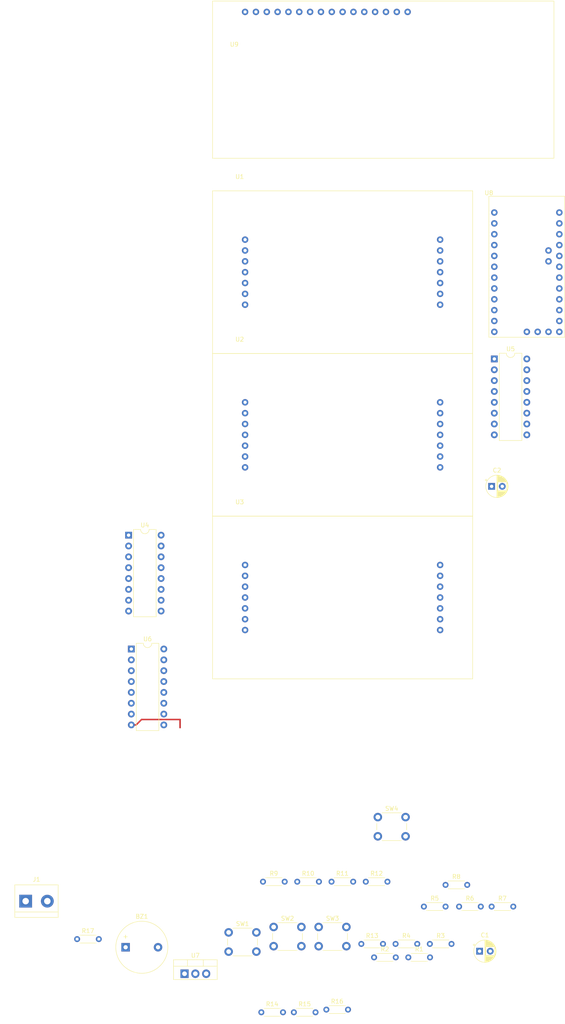
<source format=kicad_pcb>
(kicad_pcb (version 20171130) (host pcbnew 5.1.5-52549c5~84~ubuntu19.10.1)

  (general
    (thickness 1.6)
    (drawings 0)
    (tracks 4)
    (zones 0)
    (modules 34)
    (nets 56)
  )

  (page A4)
  (layers
    (0 F.Cu signal)
    (31 B.Cu signal)
    (32 B.Adhes user)
    (33 F.Adhes user)
    (34 B.Paste user)
    (35 F.Paste user)
    (36 B.SilkS user)
    (37 F.SilkS user)
    (38 B.Mask user)
    (39 F.Mask user)
    (40 Dwgs.User user)
    (41 Cmts.User user)
    (42 Eco1.User user)
    (43 Eco2.User user)
    (44 Edge.Cuts user)
    (45 Margin user)
    (46 B.CrtYd user)
    (47 F.CrtYd user)
    (48 B.Fab user)
    (49 F.Fab user)
  )

  (setup
    (last_trace_width 0.25)
    (user_trace_width 0.35)
    (trace_clearance 0.2)
    (zone_clearance 0.508)
    (zone_45_only no)
    (trace_min 0.2)
    (via_size 0.8)
    (via_drill 0.4)
    (via_min_size 0.4)
    (via_min_drill 0.3)
    (uvia_size 0.3)
    (uvia_drill 0.1)
    (uvias_allowed no)
    (uvia_min_size 0.2)
    (uvia_min_drill 0.1)
    (edge_width 0.05)
    (segment_width 0.2)
    (pcb_text_width 0.3)
    (pcb_text_size 1.5 1.5)
    (mod_edge_width 0.12)
    (mod_text_size 1 1)
    (mod_text_width 0.15)
    (pad_size 1.524 1.524)
    (pad_drill 0.762)
    (pad_to_mask_clearance 0.051)
    (solder_mask_min_width 0.25)
    (aux_axis_origin 0 0)
    (visible_elements FFFFF77F)
    (pcbplotparams
      (layerselection 0x010fc_ffffffff)
      (usegerberextensions false)
      (usegerberattributes false)
      (usegerberadvancedattributes false)
      (creategerberjobfile false)
      (excludeedgelayer true)
      (linewidth 0.100000)
      (plotframeref false)
      (viasonmask false)
      (mode 1)
      (useauxorigin false)
      (hpglpennumber 1)
      (hpglpenspeed 20)
      (hpglpendiameter 15.000000)
      (psnegative false)
      (psa4output false)
      (plotreference true)
      (plotvalue true)
      (plotinvisibletext false)
      (padsonsilk false)
      (subtractmaskfromsilk false)
      (outputformat 1)
      (mirror false)
      (drillshape 1)
      (scaleselection 1)
      (outputdirectory ""))
  )

  (net 0 "")
  (net 1 "Net-(BZ1-Pad2)")
  (net 2 "Net-(BZ1-Pad1)")
  (net 3 "Net-(C1-Pad1)")
  (net 4 "Net-(C2-Pad1)")
  (net 5 "Net-(R1-Pad2)")
  (net 6 "Net-(R1-Pad1)")
  (net 7 "Net-(R2-Pad2)")
  (net 8 "Net-(R2-Pad1)")
  (net 9 "Net-(R3-Pad2)")
  (net 10 "Net-(R3-Pad1)")
  (net 11 "Net-(R4-Pad2)")
  (net 12 "Net-(R4-Pad1)")
  (net 13 "Net-(R5-Pad2)")
  (net 14 "Net-(R5-Pad1)")
  (net 15 "Net-(R6-Pad2)")
  (net 16 "Net-(R6-Pad1)")
  (net 17 "Net-(R7-Pad2)")
  (net 18 "Net-(R7-Pad1)")
  (net 19 "Net-(R8-Pad2)")
  (net 20 "Net-(R8-Pad1)")
  (net 21 "Net-(R10-Pad1)")
  (net 22 "Net-(R10-Pad2)")
  (net 23 "Net-(R11-Pad2)")
  (net 24 "Net-(R12-Pad2)")
  (net 25 "Net-(R13-Pad2)")
  (net 26 "Net-(R14-Pad1)")
  (net 27 "Net-(R15-Pad1)")
  (net 28 "Net-(R16-Pad1)")
  (net 29 "Net-(R17-Pad2)")
  (net 30 "Net-(U1-Pad10)")
  (net 31 "Net-(U1-Pad11)")
  (net 32 "Net-(U1-Pad13)")
  (net 33 "Net-(U1-Pad6)")
  (net 34 "Net-(U1-Pad3)")
  (net 35 "Net-(U2-Pad10)")
  (net 36 "Net-(U2-Pad11)")
  (net 37 "Net-(U2-Pad13)")
  (net 38 "Net-(U2-Pad6)")
  (net 39 "Net-(U2-Pad3)")
  (net 40 "Net-(U3-Pad10)")
  (net 41 "Net-(U3-Pad11)")
  (net 42 "Net-(U3-Pad13)")
  (net 43 "Net-(U3-Pad6)")
  (net 44 "Net-(U3-Pad3)")
  (net 45 "Net-(U4-Pad14)")
  (net 46 "Net-(U4-Pad12)")
  (net 47 "Net-(U4-Pad11)")
  (net 48 "Net-(U4-Pad9)")
  (net 49 "Net-(U5-Pad9)")
  (net 50 "Net-(U8-Pad8)")
  (net 51 "Net-(U8-Pad9)")
  (net 52 "Net-(U8-Pad10)")
  (net 53 "Net-(U8-Pad11)")
  (net 54 "Net-(U8-Pad12)")
  (net 55 "Net-(U8-Pad16)")

  (net_class Default "This is the default net class."
    (clearance 0.2)
    (trace_width 0.25)
    (via_dia 0.8)
    (via_drill 0.4)
    (uvia_dia 0.3)
    (uvia_drill 0.1)
    (add_net "Net-(BZ1-Pad1)")
    (add_net "Net-(BZ1-Pad2)")
    (add_net "Net-(C1-Pad1)")
    (add_net "Net-(C2-Pad1)")
    (add_net "Net-(R1-Pad1)")
    (add_net "Net-(R1-Pad2)")
    (add_net "Net-(R10-Pad1)")
    (add_net "Net-(R10-Pad2)")
    (add_net "Net-(R11-Pad2)")
    (add_net "Net-(R12-Pad2)")
    (add_net "Net-(R13-Pad2)")
    (add_net "Net-(R14-Pad1)")
    (add_net "Net-(R15-Pad1)")
    (add_net "Net-(R16-Pad1)")
    (add_net "Net-(R17-Pad2)")
    (add_net "Net-(R2-Pad1)")
    (add_net "Net-(R2-Pad2)")
    (add_net "Net-(R3-Pad1)")
    (add_net "Net-(R3-Pad2)")
    (add_net "Net-(R4-Pad1)")
    (add_net "Net-(R4-Pad2)")
    (add_net "Net-(R5-Pad1)")
    (add_net "Net-(R5-Pad2)")
    (add_net "Net-(R6-Pad1)")
    (add_net "Net-(R6-Pad2)")
    (add_net "Net-(R7-Pad1)")
    (add_net "Net-(R7-Pad2)")
    (add_net "Net-(R8-Pad1)")
    (add_net "Net-(R8-Pad2)")
    (add_net "Net-(U1-Pad10)")
    (add_net "Net-(U1-Pad11)")
    (add_net "Net-(U1-Pad13)")
    (add_net "Net-(U1-Pad3)")
    (add_net "Net-(U1-Pad6)")
    (add_net "Net-(U2-Pad10)")
    (add_net "Net-(U2-Pad11)")
    (add_net "Net-(U2-Pad13)")
    (add_net "Net-(U2-Pad3)")
    (add_net "Net-(U2-Pad6)")
    (add_net "Net-(U3-Pad10)")
    (add_net "Net-(U3-Pad11)")
    (add_net "Net-(U3-Pad13)")
    (add_net "Net-(U3-Pad3)")
    (add_net "Net-(U3-Pad6)")
    (add_net "Net-(U4-Pad11)")
    (add_net "Net-(U4-Pad12)")
    (add_net "Net-(U4-Pad14)")
    (add_net "Net-(U4-Pad9)")
    (add_net "Net-(U5-Pad9)")
    (add_net "Net-(U8-Pad10)")
    (add_net "Net-(U8-Pad11)")
    (add_net "Net-(U8-Pad12)")
    (add_net "Net-(U8-Pad16)")
    (add_net "Net-(U8-Pad8)")
    (add_net "Net-(U8-Pad9)")
  )

  (module LCD:1602A (layer F.Cu) (tedit 5E67ED4A) (tstamp 5E8CF125)
    (at 45.72 -5.715)
    (path /5E69BC93)
    (fp_text reference U9 (at 5.08 10.16) (layer F.SilkS)
      (effects (font (size 1 1) (thickness 0.15)))
    )
    (fp_text value 1602A (at 5.08 7.62) (layer F.Fab)
      (effects (font (size 1 1) (thickness 0.15)))
    )
    (fp_line (start 0 36.83) (end 0 0) (layer F.SilkS) (width 0.12))
    (fp_line (start 80.01 36.83) (end 0 36.83) (layer F.SilkS) (width 0.12))
    (fp_line (start 80.01 0) (end 80.01 36.83) (layer F.SilkS) (width 0.12))
    (fp_line (start 0 0) (end 80.01 0) (layer F.SilkS) (width 0.12))
    (pad 16 thru_hole circle (at 45.72 2.54) (size 1.524 1.524) (drill 0.762) (layers *.Cu *.Mask)
      (net 1 "Net-(BZ1-Pad2)"))
    (pad 15 thru_hole circle (at 43.18 2.54) (size 1.524 1.524) (drill 0.762) (layers *.Cu *.Mask)
      (net 28 "Net-(R16-Pad1)"))
    (pad 14 thru_hole circle (at 40.64 2.54) (size 1.524 1.524) (drill 0.762) (layers *.Cu *.Mask)
      (net 55 "Net-(U8-Pad16)"))
    (pad 13 thru_hole circle (at 38.1 2.54) (size 1.524 1.524) (drill 0.762) (layers *.Cu *.Mask)
      (net 54 "Net-(U8-Pad12)"))
    (pad 12 thru_hole circle (at 35.56 2.54) (size 1.524 1.524) (drill 0.762) (layers *.Cu *.Mask)
      (net 53 "Net-(U8-Pad11)"))
    (pad 11 thru_hole circle (at 33.02 2.54) (size 1.524 1.524) (drill 0.762) (layers *.Cu *.Mask)
      (net 52 "Net-(U8-Pad10)"))
    (pad 10 thru_hole circle (at 30.48 2.54) (size 1.524 1.524) (drill 0.762) (layers *.Cu *.Mask))
    (pad 9 thru_hole circle (at 27.94 2.54) (size 1.524 1.524) (drill 0.762) (layers *.Cu *.Mask))
    (pad 8 thru_hole circle (at 25.4 2.54) (size 1.524 1.524) (drill 0.762) (layers *.Cu *.Mask))
    (pad 7 thru_hole circle (at 22.86 2.54) (size 1.524 1.524) (drill 0.762) (layers *.Cu *.Mask))
    (pad 6 thru_hole circle (at 20.32 2.54) (size 1.524 1.524) (drill 0.762) (layers *.Cu *.Mask)
      (net 51 "Net-(U8-Pad9)"))
    (pad 5 thru_hole circle (at 17.78 2.54) (size 1.524 1.524) (drill 0.762) (layers *.Cu *.Mask)
      (net 1 "Net-(BZ1-Pad2)"))
    (pad 4 thru_hole circle (at 15.24 2.54) (size 1.524 1.524) (drill 0.762) (layers *.Cu *.Mask)
      (net 50 "Net-(U8-Pad8)"))
    (pad 3 thru_hole circle (at 12.7 2.54) (size 1.524 1.524) (drill 0.762) (layers *.Cu *.Mask)
      (net 27 "Net-(R15-Pad1)"))
    (pad 2 thru_hole circle (at 10.16 2.54) (size 1.524 1.524) (drill 0.762) (layers *.Cu *.Mask)
      (net 4 "Net-(C2-Pad1)"))
    (pad 1 thru_hole circle (at 7.62 2.54) (size 1.524 1.524) (drill 0.762) (layers *.Cu *.Mask)
      (net 1 "Net-(BZ1-Pad2)"))
  )

  (module arduino:Promini (layer F.Cu) (tedit 5E371ACD) (tstamp 5E8CF10D)
    (at 110.49 38.735)
    (path /5E7B76FD)
    (fp_text reference U8 (at 0 0.5) (layer F.SilkS)
      (effects (font (size 1 1) (thickness 0.15)))
    )
    (fp_text value Promini (at 2.01 -1.775) (layer F.Fab)
      (effects (font (size 1 1) (thickness 0.15)))
    )
    (fp_line (start 0 1.27) (end 0 34.29) (layer F.SilkS) (width 0.12))
    (fp_line (start 17.78 1.27) (end 17.78 34.29) (layer F.SilkS) (width 0.12))
    (fp_line (start 17.78 1.27) (end 0 1.27) (layer F.SilkS) (width 0.12))
    (fp_line (start 0 34.29) (end 17.78 34.29) (layer F.SilkS) (width 0.12))
    (pad 29 thru_hole circle (at 13.97 13.97) (size 1.524 1.524) (drill 0.762) (layers *.Cu *.Mask))
    (pad 28 thru_hole circle (at 13.97 16.51) (size 1.524 1.524) (drill 0.762) (layers *.Cu *.Mask))
    (pad 1 thru_hole circle (at 1.27 5.08) (size 1.524 1.524) (drill 0.762) (layers *.Cu *.Mask))
    (pad 2 thru_hole circle (at 1.27 7.62) (size 1.524 1.524) (drill 0.762) (layers *.Cu *.Mask))
    (pad 3 thru_hole circle (at 1.27 10.16) (size 1.524 1.524) (drill 0.762) (layers *.Cu *.Mask))
    (pad 4 thru_hole circle (at 1.27 12.7) (size 1.524 1.524) (drill 0.762) (layers *.Cu *.Mask))
    (pad 5 thru_hole circle (at 1.27 15.24) (size 1.524 1.524) (drill 0.762) (layers *.Cu *.Mask)
      (net 46 "Net-(U4-Pad12)"))
    (pad 6 thru_hole circle (at 1.27 17.78) (size 1.524 1.524) (drill 0.762) (layers *.Cu *.Mask)
      (net 47 "Net-(U4-Pad11)"))
    (pad 7 thru_hole circle (at 1.27 20.32) (size 1.524 1.524) (drill 0.762) (layers *.Cu *.Mask)
      (net 45 "Net-(U4-Pad14)"))
    (pad 8 thru_hole circle (at 1.27 22.86) (size 1.524 1.524) (drill 0.762) (layers *.Cu *.Mask)
      (net 50 "Net-(U8-Pad8)"))
    (pad 9 thru_hole circle (at 1.27 25.4) (size 1.524 1.524) (drill 0.762) (layers *.Cu *.Mask)
      (net 51 "Net-(U8-Pad9)"))
    (pad 10 thru_hole circle (at 1.27 27.94) (size 1.524 1.524) (drill 0.762) (layers *.Cu *.Mask)
      (net 52 "Net-(U8-Pad10)"))
    (pad 11 thru_hole circle (at 1.27 30.48) (size 1.524 1.524) (drill 0.762) (layers *.Cu *.Mask)
      (net 53 "Net-(U8-Pad11)"))
    (pad 12 thru_hole circle (at 1.27 33.02) (size 1.524 1.524) (drill 0.762) (layers *.Cu *.Mask)
      (net 54 "Net-(U8-Pad12)"))
    (pad 13 thru_hole circle (at 8.89 33.02) (size 1.524 1.524) (drill 0.762) (layers *.Cu *.Mask)
      (net 1 "Net-(BZ1-Pad2)"))
    (pad 14 thru_hole circle (at 11.43 33.02) (size 1.524 1.524) (drill 0.762) (layers *.Cu *.Mask))
    (pad 15 thru_hole circle (at 13.97 33.02) (size 1.524 1.524) (drill 0.762) (layers *.Cu *.Mask))
    (pad 27 thru_hole circle (at 16.51 5.08) (size 1.524 1.524) (drill 0.762) (layers *.Cu *.Mask))
    (pad 26 thru_hole circle (at 16.51 7.62) (size 1.524 1.524) (drill 0.762) (layers *.Cu *.Mask))
    (pad 25 thru_hole circle (at 16.51 10.16) (size 1.524 1.524) (drill 0.762) (layers *.Cu *.Mask))
    (pad 24 thru_hole circle (at 16.51 12.7) (size 1.524 1.524) (drill 0.762) (layers *.Cu *.Mask)
      (net 4 "Net-(C2-Pad1)"))
    (pad 23 thru_hole circle (at 16.51 15.24) (size 1.524 1.524) (drill 0.762) (layers *.Cu *.Mask))
    (pad 22 thru_hole circle (at 16.51 17.78) (size 1.524 1.524) (drill 0.762) (layers *.Cu *.Mask))
    (pad 21 thru_hole circle (at 16.51 20.32) (size 1.524 1.524) (drill 0.762) (layers *.Cu *.Mask))
    (pad 20 thru_hole circle (at 16.51 22.86) (size 1.524 1.524) (drill 0.762) (layers *.Cu *.Mask)
      (net 25 "Net-(R13-Pad2)"))
    (pad 19 thru_hole circle (at 16.51 25.4) (size 1.524 1.524) (drill 0.762) (layers *.Cu *.Mask))
    (pad 18 thru_hole circle (at 16.51 27.94) (size 1.524 1.524) (drill 0.762) (layers *.Cu *.Mask))
    (pad 17 thru_hole circle (at 16.51 30.48) (size 1.524 1.524) (drill 0.762) (layers *.Cu *.Mask)
      (net 29 "Net-(R17-Pad2)"))
    (pad 16 thru_hole circle (at 16.51 33.02) (size 1.524 1.524) (drill 0.762) (layers *.Cu *.Mask)
      (net 55 "Net-(U8-Pad16)"))
  )

  (module Package_TO_SOT_THT:TO-220-3_Vertical (layer F.Cu) (tedit 5AC8BA0D) (tstamp 5E8CF0E8)
    (at 39.145001 222.105001)
    (descr "TO-220-3, Vertical, RM 2.54mm, see https://www.vishay.com/docs/66542/to-220-1.pdf")
    (tags "TO-220-3 Vertical RM 2.54mm")
    (path /5E929E1A)
    (fp_text reference U7 (at 2.54 -4.27) (layer F.SilkS)
      (effects (font (size 1 1) (thickness 0.15)))
    )
    (fp_text value LM7805_TO220 (at 2.54 2.5) (layer F.Fab)
      (effects (font (size 1 1) (thickness 0.15)))
    )
    (fp_text user %R (at 2.54 -4.27) (layer F.Fab)
      (effects (font (size 1 1) (thickness 0.15)))
    )
    (fp_line (start 7.79 -3.4) (end -2.71 -3.4) (layer F.CrtYd) (width 0.05))
    (fp_line (start 7.79 1.51) (end 7.79 -3.4) (layer F.CrtYd) (width 0.05))
    (fp_line (start -2.71 1.51) (end 7.79 1.51) (layer F.CrtYd) (width 0.05))
    (fp_line (start -2.71 -3.4) (end -2.71 1.51) (layer F.CrtYd) (width 0.05))
    (fp_line (start 4.391 -3.27) (end 4.391 -1.76) (layer F.SilkS) (width 0.12))
    (fp_line (start 0.69 -3.27) (end 0.69 -1.76) (layer F.SilkS) (width 0.12))
    (fp_line (start -2.58 -1.76) (end 7.66 -1.76) (layer F.SilkS) (width 0.12))
    (fp_line (start 7.66 -3.27) (end 7.66 1.371) (layer F.SilkS) (width 0.12))
    (fp_line (start -2.58 -3.27) (end -2.58 1.371) (layer F.SilkS) (width 0.12))
    (fp_line (start -2.58 1.371) (end 7.66 1.371) (layer F.SilkS) (width 0.12))
    (fp_line (start -2.58 -3.27) (end 7.66 -3.27) (layer F.SilkS) (width 0.12))
    (fp_line (start 4.39 -3.15) (end 4.39 -1.88) (layer F.Fab) (width 0.1))
    (fp_line (start 0.69 -3.15) (end 0.69 -1.88) (layer F.Fab) (width 0.1))
    (fp_line (start -2.46 -1.88) (end 7.54 -1.88) (layer F.Fab) (width 0.1))
    (fp_line (start 7.54 -3.15) (end -2.46 -3.15) (layer F.Fab) (width 0.1))
    (fp_line (start 7.54 1.25) (end 7.54 -3.15) (layer F.Fab) (width 0.1))
    (fp_line (start -2.46 1.25) (end 7.54 1.25) (layer F.Fab) (width 0.1))
    (fp_line (start -2.46 -3.15) (end -2.46 1.25) (layer F.Fab) (width 0.1))
    (pad 3 thru_hole oval (at 5.08 0) (size 1.905 2) (drill 1.1) (layers *.Cu *.Mask)
      (net 4 "Net-(C2-Pad1)"))
    (pad 2 thru_hole oval (at 2.54 0) (size 1.905 2) (drill 1.1) (layers *.Cu *.Mask)
      (net 1 "Net-(BZ1-Pad2)"))
    (pad 1 thru_hole rect (at 0 0) (size 1.905 2) (drill 1.1) (layers *.Cu *.Mask)
      (net 3 "Net-(C1-Pad1)"))
    (model ${KISYS3DMOD}/Package_TO_SOT_THT.3dshapes/TO-220-3_Vertical.wrl
      (at (xyz 0 0 0))
      (scale (xyz 1 1 1))
      (rotate (xyz 0 0 0))
    )
  )

  (module Package_DIP:DIP-16_W7.62mm (layer F.Cu) (tedit 5A02E8C5) (tstamp 5E8CF0CE)
    (at 26.67 146.05)
    (descr "16-lead though-hole mounted DIP package, row spacing 7.62 mm (300 mils)")
    (tags "THT DIP DIL PDIP 2.54mm 7.62mm 300mil")
    (path /5E36A7FA)
    (fp_text reference U6 (at 3.81 -2.33) (layer F.SilkS)
      (effects (font (size 1 1) (thickness 0.15)))
    )
    (fp_text value 74HC595 (at 3.81 20.11) (layer F.Fab)
      (effects (font (size 1 1) (thickness 0.15)))
    )
    (fp_text user %R (at 3.81 8.89) (layer F.Fab)
      (effects (font (size 1 1) (thickness 0.15)))
    )
    (fp_line (start 8.7 -1.55) (end -1.1 -1.55) (layer F.CrtYd) (width 0.05))
    (fp_line (start 8.7 19.3) (end 8.7 -1.55) (layer F.CrtYd) (width 0.05))
    (fp_line (start -1.1 19.3) (end 8.7 19.3) (layer F.CrtYd) (width 0.05))
    (fp_line (start -1.1 -1.55) (end -1.1 19.3) (layer F.CrtYd) (width 0.05))
    (fp_line (start 6.46 -1.33) (end 4.81 -1.33) (layer F.SilkS) (width 0.12))
    (fp_line (start 6.46 19.11) (end 6.46 -1.33) (layer F.SilkS) (width 0.12))
    (fp_line (start 1.16 19.11) (end 6.46 19.11) (layer F.SilkS) (width 0.12))
    (fp_line (start 1.16 -1.33) (end 1.16 19.11) (layer F.SilkS) (width 0.12))
    (fp_line (start 2.81 -1.33) (end 1.16 -1.33) (layer F.SilkS) (width 0.12))
    (fp_line (start 0.635 -0.27) (end 1.635 -1.27) (layer F.Fab) (width 0.1))
    (fp_line (start 0.635 19.05) (end 0.635 -0.27) (layer F.Fab) (width 0.1))
    (fp_line (start 6.985 19.05) (end 0.635 19.05) (layer F.Fab) (width 0.1))
    (fp_line (start 6.985 -1.27) (end 6.985 19.05) (layer F.Fab) (width 0.1))
    (fp_line (start 1.635 -1.27) (end 6.985 -1.27) (layer F.Fab) (width 0.1))
    (fp_arc (start 3.81 -1.33) (end 2.81 -1.33) (angle -180) (layer F.SilkS) (width 0.12))
    (pad 16 thru_hole oval (at 7.62 0) (size 1.6 1.6) (drill 0.8) (layers *.Cu *.Mask)
      (net 4 "Net-(C2-Pad1)"))
    (pad 8 thru_hole oval (at 0 17.78) (size 1.6 1.6) (drill 0.8) (layers *.Cu *.Mask)
      (net 1 "Net-(BZ1-Pad2)"))
    (pad 15 thru_hole oval (at 7.62 2.54) (size 1.6 1.6) (drill 0.8) (layers *.Cu *.Mask)
      (net 12 "Net-(R4-Pad1)"))
    (pad 7 thru_hole oval (at 0 15.24) (size 1.6 1.6) (drill 0.8) (layers *.Cu *.Mask))
    (pad 14 thru_hole oval (at 7.62 5.08) (size 1.6 1.6) (drill 0.8) (layers *.Cu *.Mask)
      (net 49 "Net-(U5-Pad9)"))
    (pad 6 thru_hole oval (at 0 12.7) (size 1.6 1.6) (drill 0.8) (layers *.Cu *.Mask)
      (net 20 "Net-(R8-Pad1)"))
    (pad 13 thru_hole oval (at 7.62 7.62) (size 1.6 1.6) (drill 0.8) (layers *.Cu *.Mask)
      (net 1 "Net-(BZ1-Pad2)"))
    (pad 5 thru_hole oval (at 0 10.16) (size 1.6 1.6) (drill 0.8) (layers *.Cu *.Mask)
      (net 18 "Net-(R7-Pad1)"))
    (pad 12 thru_hole oval (at 7.62 10.16) (size 1.6 1.6) (drill 0.8) (layers *.Cu *.Mask)
      (net 46 "Net-(U4-Pad12)"))
    (pad 4 thru_hole oval (at 0 7.62) (size 1.6 1.6) (drill 0.8) (layers *.Cu *.Mask)
      (net 16 "Net-(R6-Pad1)"))
    (pad 11 thru_hole oval (at 7.62 12.7) (size 1.6 1.6) (drill 0.8) (layers *.Cu *.Mask)
      (net 47 "Net-(U4-Pad11)"))
    (pad 3 thru_hole oval (at 0 5.08) (size 1.6 1.6) (drill 0.8) (layers *.Cu *.Mask)
      (net 14 "Net-(R5-Pad1)"))
    (pad 10 thru_hole oval (at 7.62 15.24) (size 1.6 1.6) (drill 0.8) (layers *.Cu *.Mask)
      (net 4 "Net-(C2-Pad1)"))
    (pad 2 thru_hole oval (at 0 2.54) (size 1.6 1.6) (drill 0.8) (layers *.Cu *.Mask)
      (net 6 "Net-(R1-Pad1)"))
    (pad 9 thru_hole oval (at 7.62 17.78) (size 1.6 1.6) (drill 0.8) (layers *.Cu *.Mask))
    (pad 1 thru_hole rect (at 0 0) (size 1.6 1.6) (drill 0.8) (layers *.Cu *.Mask)
      (net 8 "Net-(R2-Pad1)"))
    (model ${KISYS3DMOD}/Package_DIP.3dshapes/DIP-16_W7.62mm.wrl
      (at (xyz 0 0 0))
      (scale (xyz 1 1 1))
      (rotate (xyz 0 0 0))
    )
  )

  (module Package_DIP:DIP-16_W7.62mm (layer F.Cu) (tedit 5A02E8C5) (tstamp 5E8CF0AA)
    (at 111.76 78.105)
    (descr "16-lead though-hole mounted DIP package, row spacing 7.62 mm (300 mils)")
    (tags "THT DIP DIL PDIP 2.54mm 7.62mm 300mil")
    (path /5E31CA15)
    (fp_text reference U5 (at 3.81 -2.33) (layer F.SilkS)
      (effects (font (size 1 1) (thickness 0.15)))
    )
    (fp_text value 74HC595 (at 3.81 20.11) (layer F.Fab)
      (effects (font (size 1 1) (thickness 0.15)))
    )
    (fp_text user %R (at 3.81 8.89) (layer F.Fab)
      (effects (font (size 1 1) (thickness 0.15)))
    )
    (fp_line (start 8.7 -1.55) (end -1.1 -1.55) (layer F.CrtYd) (width 0.05))
    (fp_line (start 8.7 19.3) (end 8.7 -1.55) (layer F.CrtYd) (width 0.05))
    (fp_line (start -1.1 19.3) (end 8.7 19.3) (layer F.CrtYd) (width 0.05))
    (fp_line (start -1.1 -1.55) (end -1.1 19.3) (layer F.CrtYd) (width 0.05))
    (fp_line (start 6.46 -1.33) (end 4.81 -1.33) (layer F.SilkS) (width 0.12))
    (fp_line (start 6.46 19.11) (end 6.46 -1.33) (layer F.SilkS) (width 0.12))
    (fp_line (start 1.16 19.11) (end 6.46 19.11) (layer F.SilkS) (width 0.12))
    (fp_line (start 1.16 -1.33) (end 1.16 19.11) (layer F.SilkS) (width 0.12))
    (fp_line (start 2.81 -1.33) (end 1.16 -1.33) (layer F.SilkS) (width 0.12))
    (fp_line (start 0.635 -0.27) (end 1.635 -1.27) (layer F.Fab) (width 0.1))
    (fp_line (start 0.635 19.05) (end 0.635 -0.27) (layer F.Fab) (width 0.1))
    (fp_line (start 6.985 19.05) (end 0.635 19.05) (layer F.Fab) (width 0.1))
    (fp_line (start 6.985 -1.27) (end 6.985 19.05) (layer F.Fab) (width 0.1))
    (fp_line (start 1.635 -1.27) (end 6.985 -1.27) (layer F.Fab) (width 0.1))
    (fp_arc (start 3.81 -1.33) (end 2.81 -1.33) (angle -180) (layer F.SilkS) (width 0.12))
    (pad 16 thru_hole oval (at 7.62 0) (size 1.6 1.6) (drill 0.8) (layers *.Cu *.Mask)
      (net 4 "Net-(C2-Pad1)"))
    (pad 8 thru_hole oval (at 0 17.78) (size 1.6 1.6) (drill 0.8) (layers *.Cu *.Mask)
      (net 1 "Net-(BZ1-Pad2)"))
    (pad 15 thru_hole oval (at 7.62 2.54) (size 1.6 1.6) (drill 0.8) (layers *.Cu *.Mask)
      (net 35 "Net-(U2-Pad10)"))
    (pad 7 thru_hole oval (at 0 15.24) (size 1.6 1.6) (drill 0.8) (layers *.Cu *.Mask)
      (net 10 "Net-(R3-Pad1)"))
    (pad 14 thru_hole oval (at 7.62 5.08) (size 1.6 1.6) (drill 0.8) (layers *.Cu *.Mask)
      (net 48 "Net-(U4-Pad9)"))
    (pad 6 thru_hole oval (at 0 12.7) (size 1.6 1.6) (drill 0.8) (layers *.Cu *.Mask)
      (net 43 "Net-(U3-Pad6)"))
    (pad 13 thru_hole oval (at 7.62 7.62) (size 1.6 1.6) (drill 0.8) (layers *.Cu *.Mask)
      (net 1 "Net-(BZ1-Pad2)"))
    (pad 5 thru_hole oval (at 0 10.16) (size 1.6 1.6) (drill 0.8) (layers *.Cu *.Mask)
      (net 40 "Net-(U3-Pad10)"))
    (pad 12 thru_hole oval (at 7.62 10.16) (size 1.6 1.6) (drill 0.8) (layers *.Cu *.Mask)
      (net 46 "Net-(U4-Pad12)"))
    (pad 4 thru_hole oval (at 0 7.62) (size 1.6 1.6) (drill 0.8) (layers *.Cu *.Mask)
      (net 41 "Net-(U3-Pad11)"))
    (pad 11 thru_hole oval (at 7.62 12.7) (size 1.6 1.6) (drill 0.8) (layers *.Cu *.Mask)
      (net 47 "Net-(U4-Pad11)"))
    (pad 3 thru_hole oval (at 0 5.08) (size 1.6 1.6) (drill 0.8) (layers *.Cu *.Mask)
      (net 44 "Net-(U3-Pad3)"))
    (pad 10 thru_hole oval (at 7.62 15.24) (size 1.6 1.6) (drill 0.8) (layers *.Cu *.Mask)
      (net 4 "Net-(C2-Pad1)"))
    (pad 2 thru_hole oval (at 0 2.54) (size 1.6 1.6) (drill 0.8) (layers *.Cu *.Mask)
      (net 42 "Net-(U3-Pad13)"))
    (pad 9 thru_hole oval (at 7.62 17.78) (size 1.6 1.6) (drill 0.8) (layers *.Cu *.Mask)
      (net 49 "Net-(U5-Pad9)"))
    (pad 1 thru_hole rect (at 0 0) (size 1.6 1.6) (drill 0.8) (layers *.Cu *.Mask)
      (net 38 "Net-(U2-Pad6)"))
    (model ${KISYS3DMOD}/Package_DIP.3dshapes/DIP-16_W7.62mm.wrl
      (at (xyz 0 0 0))
      (scale (xyz 1 1 1))
      (rotate (xyz 0 0 0))
    )
  )

  (module Package_DIP:DIP-16_W7.62mm (layer F.Cu) (tedit 5A02E8C5) (tstamp 5E8CF086)
    (at 26.035 119.38)
    (descr "16-lead though-hole mounted DIP package, row spacing 7.62 mm (300 mils)")
    (tags "THT DIP DIL PDIP 2.54mm 7.62mm 300mil")
    (path /5E319582)
    (fp_text reference U4 (at 3.81 -2.33) (layer F.SilkS)
      (effects (font (size 1 1) (thickness 0.15)))
    )
    (fp_text value 74HC595 (at 3.81 20.11) (layer F.Fab)
      (effects (font (size 1 1) (thickness 0.15)))
    )
    (fp_text user %R (at 3.81 8.89) (layer F.Fab)
      (effects (font (size 1 1) (thickness 0.15)))
    )
    (fp_line (start 8.7 -1.55) (end -1.1 -1.55) (layer F.CrtYd) (width 0.05))
    (fp_line (start 8.7 19.3) (end 8.7 -1.55) (layer F.CrtYd) (width 0.05))
    (fp_line (start -1.1 19.3) (end 8.7 19.3) (layer F.CrtYd) (width 0.05))
    (fp_line (start -1.1 -1.55) (end -1.1 19.3) (layer F.CrtYd) (width 0.05))
    (fp_line (start 6.46 -1.33) (end 4.81 -1.33) (layer F.SilkS) (width 0.12))
    (fp_line (start 6.46 19.11) (end 6.46 -1.33) (layer F.SilkS) (width 0.12))
    (fp_line (start 1.16 19.11) (end 6.46 19.11) (layer F.SilkS) (width 0.12))
    (fp_line (start 1.16 -1.33) (end 1.16 19.11) (layer F.SilkS) (width 0.12))
    (fp_line (start 2.81 -1.33) (end 1.16 -1.33) (layer F.SilkS) (width 0.12))
    (fp_line (start 0.635 -0.27) (end 1.635 -1.27) (layer F.Fab) (width 0.1))
    (fp_line (start 0.635 19.05) (end 0.635 -0.27) (layer F.Fab) (width 0.1))
    (fp_line (start 6.985 19.05) (end 0.635 19.05) (layer F.Fab) (width 0.1))
    (fp_line (start 6.985 -1.27) (end 6.985 19.05) (layer F.Fab) (width 0.1))
    (fp_line (start 1.635 -1.27) (end 6.985 -1.27) (layer F.Fab) (width 0.1))
    (fp_arc (start 3.81 -1.33) (end 2.81 -1.33) (angle -180) (layer F.SilkS) (width 0.12))
    (pad 16 thru_hole oval (at 7.62 0) (size 1.6 1.6) (drill 0.8) (layers *.Cu *.Mask)
      (net 4 "Net-(C2-Pad1)"))
    (pad 8 thru_hole oval (at 0 17.78) (size 1.6 1.6) (drill 0.8) (layers *.Cu *.Mask)
      (net 1 "Net-(BZ1-Pad2)"))
    (pad 15 thru_hole oval (at 7.62 2.54) (size 1.6 1.6) (drill 0.8) (layers *.Cu *.Mask)
      (net 32 "Net-(U1-Pad13)"))
    (pad 7 thru_hole oval (at 0 15.24) (size 1.6 1.6) (drill 0.8) (layers *.Cu *.Mask)
      (net 36 "Net-(U2-Pad11)"))
    (pad 14 thru_hole oval (at 7.62 5.08) (size 1.6 1.6) (drill 0.8) (layers *.Cu *.Mask)
      (net 45 "Net-(U4-Pad14)"))
    (pad 6 thru_hole oval (at 0 12.7) (size 1.6 1.6) (drill 0.8) (layers *.Cu *.Mask)
      (net 39 "Net-(U2-Pad3)"))
    (pad 13 thru_hole oval (at 7.62 7.62) (size 1.6 1.6) (drill 0.8) (layers *.Cu *.Mask)
      (net 1 "Net-(BZ1-Pad2)"))
    (pad 5 thru_hole oval (at 0 10.16) (size 1.6 1.6) (drill 0.8) (layers *.Cu *.Mask)
      (net 37 "Net-(U2-Pad13)"))
    (pad 12 thru_hole oval (at 7.62 10.16) (size 1.6 1.6) (drill 0.8) (layers *.Cu *.Mask)
      (net 46 "Net-(U4-Pad12)"))
    (pad 4 thru_hole oval (at 0 7.62) (size 1.6 1.6) (drill 0.8) (layers *.Cu *.Mask)
      (net 33 "Net-(U1-Pad6)"))
    (pad 11 thru_hole oval (at 7.62 12.7) (size 1.6 1.6) (drill 0.8) (layers *.Cu *.Mask)
      (net 47 "Net-(U4-Pad11)"))
    (pad 3 thru_hole oval (at 0 5.08) (size 1.6 1.6) (drill 0.8) (layers *.Cu *.Mask)
      (net 30 "Net-(U1-Pad10)"))
    (pad 10 thru_hole oval (at 7.62 15.24) (size 1.6 1.6) (drill 0.8) (layers *.Cu *.Mask)
      (net 4 "Net-(C2-Pad1)"))
    (pad 2 thru_hole oval (at 0 2.54) (size 1.6 1.6) (drill 0.8) (layers *.Cu *.Mask)
      (net 31 "Net-(U1-Pad11)"))
    (pad 9 thru_hole oval (at 7.62 17.78) (size 1.6 1.6) (drill 0.8) (layers *.Cu *.Mask)
      (net 48 "Net-(U4-Pad9)"))
    (pad 1 thru_hole rect (at 0 0) (size 1.6 1.6) (drill 0.8) (layers *.Cu *.Mask)
      (net 34 "Net-(U1-Pad3)"))
    (model ${KISYS3DMOD}/Package_DIP.3dshapes/DIP-16_W7.62mm.wrl
      (at (xyz 0 0 0))
      (scale (xyz 1 1 1))
      (rotate (xyz 0 0 0))
    )
  )

  (module tetris-board:TOM2058AMA-B (layer F.Cu) (tedit 5E308596) (tstamp 5E8CF062)
    (at 45.72 114.935)
    (path /5E3127EA)
    (fp_text reference U3 (at 6.35 -3.31) (layer F.SilkS)
      (effects (font (size 1 1) (thickness 0.15)))
    )
    (fp_text value TOM2058AMA-B (at 6.35 -4.31) (layer F.Fab)
      (effects (font (size 1 1) (thickness 0.15)))
    )
    (fp_line (start 0 38.1) (end 0 0) (layer F.SilkS) (width 0.12))
    (fp_line (start 60.96 38.1) (end 0 38.1) (layer F.SilkS) (width 0.12))
    (fp_line (start 60.96 0) (end 60.96 38.1) (layer F.SilkS) (width 0.12))
    (fp_line (start 0 0) (end 60.96 0) (layer F.SilkS) (width 0.12))
    (pad 8 thru_hole circle (at 53.34 26.67) (size 1.524 1.524) (drill 0.762) (layers *.Cu *.Mask)
      (net 15 "Net-(R6-Pad2)"))
    (pad 9 thru_hole circle (at 53.34 24.13) (size 1.524 1.524) (drill 0.762) (layers *.Cu *.Mask)
      (net 19 "Net-(R8-Pad2)"))
    (pad 10 thru_hole circle (at 53.34 21.59) (size 1.524 1.524) (drill 0.762) (layers *.Cu *.Mask)
      (net 40 "Net-(U3-Pad10)"))
    (pad 11 thru_hole circle (at 53.34 19.05) (size 1.524 1.524) (drill 0.762) (layers *.Cu *.Mask)
      (net 41 "Net-(U3-Pad11)"))
    (pad 12 thru_hole circle (at 53.34 16.51) (size 1.524 1.524) (drill 0.762) (layers *.Cu *.Mask)
      (net 13 "Net-(R5-Pad2)"))
    (pad 13 thru_hole circle (at 53.34 13.97) (size 1.524 1.524) (drill 0.762) (layers *.Cu *.Mask)
      (net 42 "Net-(U3-Pad13)"))
    (pad 14 thru_hole circle (at 53.34 11.43) (size 1.524 1.524) (drill 0.762) (layers *.Cu *.Mask)
      (net 17 "Net-(R7-Pad2)"))
    (pad 7 thru_hole circle (at 7.62 26.67) (size 1.524 1.524) (drill 0.762) (layers *.Cu *.Mask)
      (net 11 "Net-(R4-Pad2)"))
    (pad 6 thru_hole circle (at 7.62 24.13) (size 1.524 1.524) (drill 0.762) (layers *.Cu *.Mask)
      (net 43 "Net-(U3-Pad6)"))
    (pad 5 thru_hole circle (at 7.62 21.59) (size 1.524 1.524) (drill 0.762) (layers *.Cu *.Mask)
      (net 5 "Net-(R1-Pad2)"))
    (pad 4 thru_hole circle (at 7.62 19.05) (size 1.524 1.524) (drill 0.762) (layers *.Cu *.Mask))
    (pad 3 thru_hole circle (at 7.62 16.51) (size 1.524 1.524) (drill 0.762) (layers *.Cu *.Mask)
      (net 44 "Net-(U3-Pad3)"))
    (pad 2 thru_hole circle (at 7.62 13.97) (size 1.524 1.524) (drill 0.762) (layers *.Cu *.Mask)
      (net 9 "Net-(R3-Pad2)"))
    (pad 1 thru_hole circle (at 7.62 11.43) (size 1.524 1.524) (drill 0.762) (layers *.Cu *.Mask)
      (net 7 "Net-(R2-Pad2)"))
  )

  (module tetris-board:TOM2058AMA-B (layer F.Cu) (tedit 5E308596) (tstamp 5E8CF04C)
    (at 45.72 76.835)
    (path /5E30F65A)
    (fp_text reference U2 (at 6.35 -3.31) (layer F.SilkS)
      (effects (font (size 1 1) (thickness 0.15)))
    )
    (fp_text value TOM2058AMA-B (at 6.35 -4.31) (layer F.Fab)
      (effects (font (size 1 1) (thickness 0.15)))
    )
    (fp_line (start 0 38.1) (end 0 0) (layer F.SilkS) (width 0.12))
    (fp_line (start 60.96 38.1) (end 0 38.1) (layer F.SilkS) (width 0.12))
    (fp_line (start 60.96 0) (end 60.96 38.1) (layer F.SilkS) (width 0.12))
    (fp_line (start 0 0) (end 60.96 0) (layer F.SilkS) (width 0.12))
    (pad 8 thru_hole circle (at 53.34 26.67) (size 1.524 1.524) (drill 0.762) (layers *.Cu *.Mask)
      (net 15 "Net-(R6-Pad2)"))
    (pad 9 thru_hole circle (at 53.34 24.13) (size 1.524 1.524) (drill 0.762) (layers *.Cu *.Mask)
      (net 19 "Net-(R8-Pad2)"))
    (pad 10 thru_hole circle (at 53.34 21.59) (size 1.524 1.524) (drill 0.762) (layers *.Cu *.Mask)
      (net 35 "Net-(U2-Pad10)"))
    (pad 11 thru_hole circle (at 53.34 19.05) (size 1.524 1.524) (drill 0.762) (layers *.Cu *.Mask)
      (net 36 "Net-(U2-Pad11)"))
    (pad 12 thru_hole circle (at 53.34 16.51) (size 1.524 1.524) (drill 0.762) (layers *.Cu *.Mask)
      (net 13 "Net-(R5-Pad2)"))
    (pad 13 thru_hole circle (at 53.34 13.97) (size 1.524 1.524) (drill 0.762) (layers *.Cu *.Mask)
      (net 37 "Net-(U2-Pad13)"))
    (pad 14 thru_hole circle (at 53.34 11.43) (size 1.524 1.524) (drill 0.762) (layers *.Cu *.Mask)
      (net 17 "Net-(R7-Pad2)"))
    (pad 7 thru_hole circle (at 7.62 26.67) (size 1.524 1.524) (drill 0.762) (layers *.Cu *.Mask)
      (net 11 "Net-(R4-Pad2)"))
    (pad 6 thru_hole circle (at 7.62 24.13) (size 1.524 1.524) (drill 0.762) (layers *.Cu *.Mask)
      (net 38 "Net-(U2-Pad6)"))
    (pad 5 thru_hole circle (at 7.62 21.59) (size 1.524 1.524) (drill 0.762) (layers *.Cu *.Mask)
      (net 5 "Net-(R1-Pad2)"))
    (pad 4 thru_hole circle (at 7.62 19.05) (size 1.524 1.524) (drill 0.762) (layers *.Cu *.Mask))
    (pad 3 thru_hole circle (at 7.62 16.51) (size 1.524 1.524) (drill 0.762) (layers *.Cu *.Mask)
      (net 39 "Net-(U2-Pad3)"))
    (pad 2 thru_hole circle (at 7.62 13.97) (size 1.524 1.524) (drill 0.762) (layers *.Cu *.Mask)
      (net 9 "Net-(R3-Pad2)"))
    (pad 1 thru_hole circle (at 7.62 11.43) (size 1.524 1.524) (drill 0.762) (layers *.Cu *.Mask)
      (net 7 "Net-(R2-Pad2)"))
  )

  (module tetris-board:TOM2058AMA-B (layer F.Cu) (tedit 5E308596) (tstamp 5E8CF036)
    (at 45.72 38.735)
    (path /5E3089C1)
    (fp_text reference U1 (at 6.35 -3.31) (layer F.SilkS)
      (effects (font (size 1 1) (thickness 0.15)))
    )
    (fp_text value TOM2058AMA-B (at 6.35 -4.31) (layer F.Fab)
      (effects (font (size 1 1) (thickness 0.15)))
    )
    (fp_line (start 0 38.1) (end 0 0) (layer F.SilkS) (width 0.12))
    (fp_line (start 60.96 38.1) (end 0 38.1) (layer F.SilkS) (width 0.12))
    (fp_line (start 60.96 0) (end 60.96 38.1) (layer F.SilkS) (width 0.12))
    (fp_line (start 0 0) (end 60.96 0) (layer F.SilkS) (width 0.12))
    (pad 8 thru_hole circle (at 53.34 26.67) (size 1.524 1.524) (drill 0.762) (layers *.Cu *.Mask)
      (net 15 "Net-(R6-Pad2)"))
    (pad 9 thru_hole circle (at 53.34 24.13) (size 1.524 1.524) (drill 0.762) (layers *.Cu *.Mask)
      (net 19 "Net-(R8-Pad2)"))
    (pad 10 thru_hole circle (at 53.34 21.59) (size 1.524 1.524) (drill 0.762) (layers *.Cu *.Mask)
      (net 30 "Net-(U1-Pad10)"))
    (pad 11 thru_hole circle (at 53.34 19.05) (size 1.524 1.524) (drill 0.762) (layers *.Cu *.Mask)
      (net 31 "Net-(U1-Pad11)"))
    (pad 12 thru_hole circle (at 53.34 16.51) (size 1.524 1.524) (drill 0.762) (layers *.Cu *.Mask)
      (net 13 "Net-(R5-Pad2)"))
    (pad 13 thru_hole circle (at 53.34 13.97) (size 1.524 1.524) (drill 0.762) (layers *.Cu *.Mask)
      (net 32 "Net-(U1-Pad13)"))
    (pad 14 thru_hole circle (at 53.34 11.43) (size 1.524 1.524) (drill 0.762) (layers *.Cu *.Mask)
      (net 17 "Net-(R7-Pad2)"))
    (pad 7 thru_hole circle (at 7.62 26.67) (size 1.524 1.524) (drill 0.762) (layers *.Cu *.Mask)
      (net 11 "Net-(R4-Pad2)"))
    (pad 6 thru_hole circle (at 7.62 24.13) (size 1.524 1.524) (drill 0.762) (layers *.Cu *.Mask)
      (net 33 "Net-(U1-Pad6)"))
    (pad 5 thru_hole circle (at 7.62 21.59) (size 1.524 1.524) (drill 0.762) (layers *.Cu *.Mask)
      (net 5 "Net-(R1-Pad2)"))
    (pad 4 thru_hole circle (at 7.62 19.05) (size 1.524 1.524) (drill 0.762) (layers *.Cu *.Mask))
    (pad 3 thru_hole circle (at 7.62 16.51) (size 1.524 1.524) (drill 0.762) (layers *.Cu *.Mask)
      (net 34 "Net-(U1-Pad3)"))
    (pad 2 thru_hole circle (at 7.62 13.97) (size 1.524 1.524) (drill 0.762) (layers *.Cu *.Mask)
      (net 9 "Net-(R3-Pad2)"))
    (pad 1 thru_hole circle (at 7.62 11.43) (size 1.524 1.524) (drill 0.762) (layers *.Cu *.Mask)
      (net 7 "Net-(R2-Pad2)"))
  )

  (module Button_Switch_THT:SW_PUSH_6mm (layer F.Cu) (tedit 5A02FE31) (tstamp 5E8CF020)
    (at 84.455 185.42)
    (descr https://www.omron.com/ecb/products/pdf/en-b3f.pdf)
    (tags "tact sw push 6mm")
    (path /5E398D8A)
    (fp_text reference SW4 (at 3.25 -2) (layer F.SilkS)
      (effects (font (size 1 1) (thickness 0.15)))
    )
    (fp_text value SW_Push (at 3.75 6.7) (layer F.Fab)
      (effects (font (size 1 1) (thickness 0.15)))
    )
    (fp_circle (center 3.25 2.25) (end 1.25 2.5) (layer F.Fab) (width 0.1))
    (fp_line (start 6.75 3) (end 6.75 1.5) (layer F.SilkS) (width 0.12))
    (fp_line (start 5.5 -1) (end 1 -1) (layer F.SilkS) (width 0.12))
    (fp_line (start -0.25 1.5) (end -0.25 3) (layer F.SilkS) (width 0.12))
    (fp_line (start 1 5.5) (end 5.5 5.5) (layer F.SilkS) (width 0.12))
    (fp_line (start 8 -1.25) (end 8 5.75) (layer F.CrtYd) (width 0.05))
    (fp_line (start 7.75 6) (end -1.25 6) (layer F.CrtYd) (width 0.05))
    (fp_line (start -1.5 5.75) (end -1.5 -1.25) (layer F.CrtYd) (width 0.05))
    (fp_line (start -1.25 -1.5) (end 7.75 -1.5) (layer F.CrtYd) (width 0.05))
    (fp_line (start -1.5 6) (end -1.25 6) (layer F.CrtYd) (width 0.05))
    (fp_line (start -1.5 5.75) (end -1.5 6) (layer F.CrtYd) (width 0.05))
    (fp_line (start -1.5 -1.5) (end -1.25 -1.5) (layer F.CrtYd) (width 0.05))
    (fp_line (start -1.5 -1.25) (end -1.5 -1.5) (layer F.CrtYd) (width 0.05))
    (fp_line (start 8 -1.5) (end 8 -1.25) (layer F.CrtYd) (width 0.05))
    (fp_line (start 7.75 -1.5) (end 8 -1.5) (layer F.CrtYd) (width 0.05))
    (fp_line (start 8 6) (end 8 5.75) (layer F.CrtYd) (width 0.05))
    (fp_line (start 7.75 6) (end 8 6) (layer F.CrtYd) (width 0.05))
    (fp_line (start 0.25 -0.75) (end 3.25 -0.75) (layer F.Fab) (width 0.1))
    (fp_line (start 0.25 5.25) (end 0.25 -0.75) (layer F.Fab) (width 0.1))
    (fp_line (start 6.25 5.25) (end 0.25 5.25) (layer F.Fab) (width 0.1))
    (fp_line (start 6.25 -0.75) (end 6.25 5.25) (layer F.Fab) (width 0.1))
    (fp_line (start 3.25 -0.75) (end 6.25 -0.75) (layer F.Fab) (width 0.1))
    (fp_text user %R (at 3.25 2.25) (layer F.Fab)
      (effects (font (size 1 1) (thickness 0.15)))
    )
    (pad 1 thru_hole circle (at 6.5 0 90) (size 2 2) (drill 1.1) (layers *.Cu *.Mask)
      (net 24 "Net-(R12-Pad2)"))
    (pad 2 thru_hole circle (at 6.5 4.5 90) (size 2 2) (drill 1.1) (layers *.Cu *.Mask)
      (net 25 "Net-(R13-Pad2)"))
    (pad 1 thru_hole circle (at 0 0 90) (size 2 2) (drill 1.1) (layers *.Cu *.Mask)
      (net 24 "Net-(R12-Pad2)"))
    (pad 2 thru_hole circle (at 0 4.5 90) (size 2 2) (drill 1.1) (layers *.Cu *.Mask)
      (net 25 "Net-(R13-Pad2)"))
    (model ${KISYS3DMOD}/Button_Switch_THT.3dshapes/SW_PUSH_6mm.wrl
      (at (xyz 0 0 0))
      (scale (xyz 1 1 1))
      (rotate (xyz 0 0 0))
    )
  )

  (module Button_Switch_THT:SW_PUSH_6mm (layer F.Cu) (tedit 5A02FE31) (tstamp 5E8CF001)
    (at 70.585001 211.155001)
    (descr https://www.omron.com/ecb/products/pdf/en-b3f.pdf)
    (tags "tact sw push 6mm")
    (path /5E3AC1F2)
    (fp_text reference SW3 (at 3.25 -2) (layer F.SilkS)
      (effects (font (size 1 1) (thickness 0.15)))
    )
    (fp_text value SW_Push (at 3.75 6.7) (layer F.Fab)
      (effects (font (size 1 1) (thickness 0.15)))
    )
    (fp_circle (center 3.25 2.25) (end 1.25 2.5) (layer F.Fab) (width 0.1))
    (fp_line (start 6.75 3) (end 6.75 1.5) (layer F.SilkS) (width 0.12))
    (fp_line (start 5.5 -1) (end 1 -1) (layer F.SilkS) (width 0.12))
    (fp_line (start -0.25 1.5) (end -0.25 3) (layer F.SilkS) (width 0.12))
    (fp_line (start 1 5.5) (end 5.5 5.5) (layer F.SilkS) (width 0.12))
    (fp_line (start 8 -1.25) (end 8 5.75) (layer F.CrtYd) (width 0.05))
    (fp_line (start 7.75 6) (end -1.25 6) (layer F.CrtYd) (width 0.05))
    (fp_line (start -1.5 5.75) (end -1.5 -1.25) (layer F.CrtYd) (width 0.05))
    (fp_line (start -1.25 -1.5) (end 7.75 -1.5) (layer F.CrtYd) (width 0.05))
    (fp_line (start -1.5 6) (end -1.25 6) (layer F.CrtYd) (width 0.05))
    (fp_line (start -1.5 5.75) (end -1.5 6) (layer F.CrtYd) (width 0.05))
    (fp_line (start -1.5 -1.5) (end -1.25 -1.5) (layer F.CrtYd) (width 0.05))
    (fp_line (start -1.5 -1.25) (end -1.5 -1.5) (layer F.CrtYd) (width 0.05))
    (fp_line (start 8 -1.5) (end 8 -1.25) (layer F.CrtYd) (width 0.05))
    (fp_line (start 7.75 -1.5) (end 8 -1.5) (layer F.CrtYd) (width 0.05))
    (fp_line (start 8 6) (end 8 5.75) (layer F.CrtYd) (width 0.05))
    (fp_line (start 7.75 6) (end 8 6) (layer F.CrtYd) (width 0.05))
    (fp_line (start 0.25 -0.75) (end 3.25 -0.75) (layer F.Fab) (width 0.1))
    (fp_line (start 0.25 5.25) (end 0.25 -0.75) (layer F.Fab) (width 0.1))
    (fp_line (start 6.25 5.25) (end 0.25 5.25) (layer F.Fab) (width 0.1))
    (fp_line (start 6.25 -0.75) (end 6.25 5.25) (layer F.Fab) (width 0.1))
    (fp_line (start 3.25 -0.75) (end 6.25 -0.75) (layer F.Fab) (width 0.1))
    (fp_text user %R (at 3.25 2.25) (layer F.Fab)
      (effects (font (size 1 1) (thickness 0.15)))
    )
    (pad 1 thru_hole circle (at 6.5 0 90) (size 2 2) (drill 1.1) (layers *.Cu *.Mask)
      (net 23 "Net-(R11-Pad2)"))
    (pad 2 thru_hole circle (at 6.5 4.5 90) (size 2 2) (drill 1.1) (layers *.Cu *.Mask)
      (net 25 "Net-(R13-Pad2)"))
    (pad 1 thru_hole circle (at 0 0 90) (size 2 2) (drill 1.1) (layers *.Cu *.Mask)
      (net 23 "Net-(R11-Pad2)"))
    (pad 2 thru_hole circle (at 0 4.5 90) (size 2 2) (drill 1.1) (layers *.Cu *.Mask)
      (net 25 "Net-(R13-Pad2)"))
    (model ${KISYS3DMOD}/Button_Switch_THT.3dshapes/SW_PUSH_6mm.wrl
      (at (xyz 0 0 0))
      (scale (xyz 1 1 1))
      (rotate (xyz 0 0 0))
    )
  )

  (module Button_Switch_THT:SW_PUSH_6mm (layer F.Cu) (tedit 5A02FE31) (tstamp 5E8CEFE2)
    (at 60.035001 211.155001)
    (descr https://www.omron.com/ecb/products/pdf/en-b3f.pdf)
    (tags "tact sw push 6mm")
    (path /5E3A285C)
    (fp_text reference SW2 (at 3.25 -2) (layer F.SilkS)
      (effects (font (size 1 1) (thickness 0.15)))
    )
    (fp_text value SW_Push (at 3.75 6.7) (layer F.Fab)
      (effects (font (size 1 1) (thickness 0.15)))
    )
    (fp_circle (center 3.25 2.25) (end 1.25 2.5) (layer F.Fab) (width 0.1))
    (fp_line (start 6.75 3) (end 6.75 1.5) (layer F.SilkS) (width 0.12))
    (fp_line (start 5.5 -1) (end 1 -1) (layer F.SilkS) (width 0.12))
    (fp_line (start -0.25 1.5) (end -0.25 3) (layer F.SilkS) (width 0.12))
    (fp_line (start 1 5.5) (end 5.5 5.5) (layer F.SilkS) (width 0.12))
    (fp_line (start 8 -1.25) (end 8 5.75) (layer F.CrtYd) (width 0.05))
    (fp_line (start 7.75 6) (end -1.25 6) (layer F.CrtYd) (width 0.05))
    (fp_line (start -1.5 5.75) (end -1.5 -1.25) (layer F.CrtYd) (width 0.05))
    (fp_line (start -1.25 -1.5) (end 7.75 -1.5) (layer F.CrtYd) (width 0.05))
    (fp_line (start -1.5 6) (end -1.25 6) (layer F.CrtYd) (width 0.05))
    (fp_line (start -1.5 5.75) (end -1.5 6) (layer F.CrtYd) (width 0.05))
    (fp_line (start -1.5 -1.5) (end -1.25 -1.5) (layer F.CrtYd) (width 0.05))
    (fp_line (start -1.5 -1.25) (end -1.5 -1.5) (layer F.CrtYd) (width 0.05))
    (fp_line (start 8 -1.5) (end 8 -1.25) (layer F.CrtYd) (width 0.05))
    (fp_line (start 7.75 -1.5) (end 8 -1.5) (layer F.CrtYd) (width 0.05))
    (fp_line (start 8 6) (end 8 5.75) (layer F.CrtYd) (width 0.05))
    (fp_line (start 7.75 6) (end 8 6) (layer F.CrtYd) (width 0.05))
    (fp_line (start 0.25 -0.75) (end 3.25 -0.75) (layer F.Fab) (width 0.1))
    (fp_line (start 0.25 5.25) (end 0.25 -0.75) (layer F.Fab) (width 0.1))
    (fp_line (start 6.25 5.25) (end 0.25 5.25) (layer F.Fab) (width 0.1))
    (fp_line (start 6.25 -0.75) (end 6.25 5.25) (layer F.Fab) (width 0.1))
    (fp_line (start 3.25 -0.75) (end 6.25 -0.75) (layer F.Fab) (width 0.1))
    (fp_text user %R (at 3.25 2.25) (layer F.Fab)
      (effects (font (size 1 1) (thickness 0.15)))
    )
    (pad 1 thru_hole circle (at 6.5 0 90) (size 2 2) (drill 1.1) (layers *.Cu *.Mask)
      (net 22 "Net-(R10-Pad2)"))
    (pad 2 thru_hole circle (at 6.5 4.5 90) (size 2 2) (drill 1.1) (layers *.Cu *.Mask)
      (net 25 "Net-(R13-Pad2)"))
    (pad 1 thru_hole circle (at 0 0 90) (size 2 2) (drill 1.1) (layers *.Cu *.Mask)
      (net 22 "Net-(R10-Pad2)"))
    (pad 2 thru_hole circle (at 0 4.5 90) (size 2 2) (drill 1.1) (layers *.Cu *.Mask)
      (net 25 "Net-(R13-Pad2)"))
    (model ${KISYS3DMOD}/Button_Switch_THT.3dshapes/SW_PUSH_6mm.wrl
      (at (xyz 0 0 0))
      (scale (xyz 1 1 1))
      (rotate (xyz 0 0 0))
    )
  )

  (module Button_Switch_THT:SW_PUSH_6mm (layer F.Cu) (tedit 5A02FE31) (tstamp 5E8CEFC3)
    (at 49.485001 212.425001)
    (descr https://www.omron.com/ecb/products/pdf/en-b3f.pdf)
    (tags "tact sw push 6mm")
    (path /5E396DE8)
    (fp_text reference SW1 (at 3.25 -2) (layer F.SilkS)
      (effects (font (size 1 1) (thickness 0.15)))
    )
    (fp_text value SW_Push (at 3.75 6.7) (layer F.Fab)
      (effects (font (size 1 1) (thickness 0.15)))
    )
    (fp_circle (center 3.25 2.25) (end 1.25 2.5) (layer F.Fab) (width 0.1))
    (fp_line (start 6.75 3) (end 6.75 1.5) (layer F.SilkS) (width 0.12))
    (fp_line (start 5.5 -1) (end 1 -1) (layer F.SilkS) (width 0.12))
    (fp_line (start -0.25 1.5) (end -0.25 3) (layer F.SilkS) (width 0.12))
    (fp_line (start 1 5.5) (end 5.5 5.5) (layer F.SilkS) (width 0.12))
    (fp_line (start 8 -1.25) (end 8 5.75) (layer F.CrtYd) (width 0.05))
    (fp_line (start 7.75 6) (end -1.25 6) (layer F.CrtYd) (width 0.05))
    (fp_line (start -1.5 5.75) (end -1.5 -1.25) (layer F.CrtYd) (width 0.05))
    (fp_line (start -1.25 -1.5) (end 7.75 -1.5) (layer F.CrtYd) (width 0.05))
    (fp_line (start -1.5 6) (end -1.25 6) (layer F.CrtYd) (width 0.05))
    (fp_line (start -1.5 5.75) (end -1.5 6) (layer F.CrtYd) (width 0.05))
    (fp_line (start -1.5 -1.5) (end -1.25 -1.5) (layer F.CrtYd) (width 0.05))
    (fp_line (start -1.5 -1.25) (end -1.5 -1.5) (layer F.CrtYd) (width 0.05))
    (fp_line (start 8 -1.5) (end 8 -1.25) (layer F.CrtYd) (width 0.05))
    (fp_line (start 7.75 -1.5) (end 8 -1.5) (layer F.CrtYd) (width 0.05))
    (fp_line (start 8 6) (end 8 5.75) (layer F.CrtYd) (width 0.05))
    (fp_line (start 7.75 6) (end 8 6) (layer F.CrtYd) (width 0.05))
    (fp_line (start 0.25 -0.75) (end 3.25 -0.75) (layer F.Fab) (width 0.1))
    (fp_line (start 0.25 5.25) (end 0.25 -0.75) (layer F.Fab) (width 0.1))
    (fp_line (start 6.25 5.25) (end 0.25 5.25) (layer F.Fab) (width 0.1))
    (fp_line (start 6.25 -0.75) (end 6.25 5.25) (layer F.Fab) (width 0.1))
    (fp_line (start 3.25 -0.75) (end 6.25 -0.75) (layer F.Fab) (width 0.1))
    (fp_text user %R (at 3.25 2.25) (layer F.Fab)
      (effects (font (size 1 1) (thickness 0.15)))
    )
    (pad 1 thru_hole circle (at 6.5 0 90) (size 2 2) (drill 1.1) (layers *.Cu *.Mask)
      (net 21 "Net-(R10-Pad1)"))
    (pad 2 thru_hole circle (at 6.5 4.5 90) (size 2 2) (drill 1.1) (layers *.Cu *.Mask)
      (net 25 "Net-(R13-Pad2)"))
    (pad 1 thru_hole circle (at 0 0 90) (size 2 2) (drill 1.1) (layers *.Cu *.Mask)
      (net 21 "Net-(R10-Pad1)"))
    (pad 2 thru_hole circle (at 0 4.5 90) (size 2 2) (drill 1.1) (layers *.Cu *.Mask)
      (net 25 "Net-(R13-Pad2)"))
    (model ${KISYS3DMOD}/Button_Switch_THT.3dshapes/SW_PUSH_6mm.wrl
      (at (xyz 0 0 0))
      (scale (xyz 1 1 1))
      (rotate (xyz 0 0 0))
    )
  )

  (module Resistor_THT:R_Axial_DIN0204_L3.6mm_D1.6mm_P5.08mm_Horizontal (layer F.Cu) (tedit 5AE5139B) (tstamp 5E8CEFA4)
    (at 13.97 213.995)
    (descr "Resistor, Axial_DIN0204 series, Axial, Horizontal, pin pitch=5.08mm, 0.167W, length*diameter=3.6*1.6mm^2, http://cdn-reichelt.de/documents/datenblatt/B400/1_4W%23YAG.pdf")
    (tags "Resistor Axial_DIN0204 series Axial Horizontal pin pitch 5.08mm 0.167W length 3.6mm diameter 1.6mm")
    (path /5E681920)
    (fp_text reference R17 (at 2.54 -1.92) (layer F.SilkS)
      (effects (font (size 1 1) (thickness 0.15)))
    )
    (fp_text value 100 (at 2.54 1.92) (layer F.Fab)
      (effects (font (size 1 1) (thickness 0.15)))
    )
    (fp_text user %R (at 2.54 0) (layer F.Fab)
      (effects (font (size 0.72 0.72) (thickness 0.108)))
    )
    (fp_line (start 6.03 -1.05) (end -0.95 -1.05) (layer F.CrtYd) (width 0.05))
    (fp_line (start 6.03 1.05) (end 6.03 -1.05) (layer F.CrtYd) (width 0.05))
    (fp_line (start -0.95 1.05) (end 6.03 1.05) (layer F.CrtYd) (width 0.05))
    (fp_line (start -0.95 -1.05) (end -0.95 1.05) (layer F.CrtYd) (width 0.05))
    (fp_line (start 0.62 0.92) (end 4.46 0.92) (layer F.SilkS) (width 0.12))
    (fp_line (start 0.62 -0.92) (end 4.46 -0.92) (layer F.SilkS) (width 0.12))
    (fp_line (start 5.08 0) (end 4.34 0) (layer F.Fab) (width 0.1))
    (fp_line (start 0 0) (end 0.74 0) (layer F.Fab) (width 0.1))
    (fp_line (start 4.34 -0.8) (end 0.74 -0.8) (layer F.Fab) (width 0.1))
    (fp_line (start 4.34 0.8) (end 4.34 -0.8) (layer F.Fab) (width 0.1))
    (fp_line (start 0.74 0.8) (end 4.34 0.8) (layer F.Fab) (width 0.1))
    (fp_line (start 0.74 -0.8) (end 0.74 0.8) (layer F.Fab) (width 0.1))
    (pad 2 thru_hole oval (at 5.08 0) (size 1.4 1.4) (drill 0.7) (layers *.Cu *.Mask)
      (net 29 "Net-(R17-Pad2)"))
    (pad 1 thru_hole circle (at 0 0) (size 1.4 1.4) (drill 0.7) (layers *.Cu *.Mask)
      (net 2 "Net-(BZ1-Pad1)"))
    (model ${KISYS3DMOD}/Resistor_THT.3dshapes/R_Axial_DIN0204_L3.6mm_D1.6mm_P5.08mm_Horizontal.wrl
      (at (xyz 0 0 0))
      (scale (xyz 1 1 1))
      (rotate (xyz 0 0 0))
    )
  )

  (module Resistor_THT:R_Axial_DIN0204_L3.6mm_D1.6mm_P5.08mm_Horizontal (layer F.Cu) (tedit 5AE5139B) (tstamp 5E8CEF91)
    (at 72.39 230.505)
    (descr "Resistor, Axial_DIN0204 series, Axial, Horizontal, pin pitch=5.08mm, 0.167W, length*diameter=3.6*1.6mm^2, http://cdn-reichelt.de/documents/datenblatt/B400/1_4W%23YAG.pdf")
    (tags "Resistor Axial_DIN0204 series Axial Horizontal pin pitch 5.08mm 0.167W length 3.6mm diameter 1.6mm")
    (path /5E63D95D)
    (fp_text reference R16 (at 2.54 -1.92) (layer F.SilkS)
      (effects (font (size 1 1) (thickness 0.15)))
    )
    (fp_text value R (at 2.54 1.92) (layer F.Fab)
      (effects (font (size 1 1) (thickness 0.15)))
    )
    (fp_text user %R (at 2.54 0) (layer F.Fab)
      (effects (font (size 0.72 0.72) (thickness 0.108)))
    )
    (fp_line (start 6.03 -1.05) (end -0.95 -1.05) (layer F.CrtYd) (width 0.05))
    (fp_line (start 6.03 1.05) (end 6.03 -1.05) (layer F.CrtYd) (width 0.05))
    (fp_line (start -0.95 1.05) (end 6.03 1.05) (layer F.CrtYd) (width 0.05))
    (fp_line (start -0.95 -1.05) (end -0.95 1.05) (layer F.CrtYd) (width 0.05))
    (fp_line (start 0.62 0.92) (end 4.46 0.92) (layer F.SilkS) (width 0.12))
    (fp_line (start 0.62 -0.92) (end 4.46 -0.92) (layer F.SilkS) (width 0.12))
    (fp_line (start 5.08 0) (end 4.34 0) (layer F.Fab) (width 0.1))
    (fp_line (start 0 0) (end 0.74 0) (layer F.Fab) (width 0.1))
    (fp_line (start 4.34 -0.8) (end 0.74 -0.8) (layer F.Fab) (width 0.1))
    (fp_line (start 4.34 0.8) (end 4.34 -0.8) (layer F.Fab) (width 0.1))
    (fp_line (start 0.74 0.8) (end 4.34 0.8) (layer F.Fab) (width 0.1))
    (fp_line (start 0.74 -0.8) (end 0.74 0.8) (layer F.Fab) (width 0.1))
    (pad 2 thru_hole oval (at 5.08 0) (size 1.4 1.4) (drill 0.7) (layers *.Cu *.Mask)
      (net 4 "Net-(C2-Pad1)"))
    (pad 1 thru_hole circle (at 0 0) (size 1.4 1.4) (drill 0.7) (layers *.Cu *.Mask)
      (net 28 "Net-(R16-Pad1)"))
    (model ${KISYS3DMOD}/Resistor_THT.3dshapes/R_Axial_DIN0204_L3.6mm_D1.6mm_P5.08mm_Horizontal.wrl
      (at (xyz 0 0 0))
      (scale (xyz 1 1 1))
      (rotate (xyz 0 0 0))
    )
  )

  (module Resistor_THT:R_Axial_DIN0204_L3.6mm_D1.6mm_P5.08mm_Horizontal (layer F.Cu) (tedit 5AE5139B) (tstamp 5E8D13BB)
    (at 64.77 231.14)
    (descr "Resistor, Axial_DIN0204 series, Axial, Horizontal, pin pitch=5.08mm, 0.167W, length*diameter=3.6*1.6mm^2, http://cdn-reichelt.de/documents/datenblatt/B400/1_4W%23YAG.pdf")
    (tags "Resistor Axial_DIN0204 series Axial Horizontal pin pitch 5.08mm 0.167W length 3.6mm diameter 1.6mm")
    (path /5E558E88)
    (fp_text reference R15 (at 2.54 -1.92) (layer F.SilkS)
      (effects (font (size 1 1) (thickness 0.15)))
    )
    (fp_text value 1.2k (at 2.54 1.92) (layer F.Fab)
      (effects (font (size 1 1) (thickness 0.15)))
    )
    (fp_text user %R (at 2.54 0) (layer F.Fab)
      (effects (font (size 0.72 0.72) (thickness 0.108)))
    )
    (fp_line (start 6.03 -1.05) (end -0.95 -1.05) (layer F.CrtYd) (width 0.05))
    (fp_line (start 6.03 1.05) (end 6.03 -1.05) (layer F.CrtYd) (width 0.05))
    (fp_line (start -0.95 1.05) (end 6.03 1.05) (layer F.CrtYd) (width 0.05))
    (fp_line (start -0.95 -1.05) (end -0.95 1.05) (layer F.CrtYd) (width 0.05))
    (fp_line (start 0.62 0.92) (end 4.46 0.92) (layer F.SilkS) (width 0.12))
    (fp_line (start 0.62 -0.92) (end 4.46 -0.92) (layer F.SilkS) (width 0.12))
    (fp_line (start 5.08 0) (end 4.34 0) (layer F.Fab) (width 0.1))
    (fp_line (start 0 0) (end 0.74 0) (layer F.Fab) (width 0.1))
    (fp_line (start 4.34 -0.8) (end 0.74 -0.8) (layer F.Fab) (width 0.1))
    (fp_line (start 4.34 0.8) (end 4.34 -0.8) (layer F.Fab) (width 0.1))
    (fp_line (start 0.74 0.8) (end 4.34 0.8) (layer F.Fab) (width 0.1))
    (fp_line (start 0.74 -0.8) (end 0.74 0.8) (layer F.Fab) (width 0.1))
    (pad 2 thru_hole oval (at 5.08 0) (size 1.4 1.4) (drill 0.7) (layers *.Cu *.Mask)
      (net 26 "Net-(R14-Pad1)"))
    (pad 1 thru_hole circle (at 0 0) (size 1.4 1.4) (drill 0.7) (layers *.Cu *.Mask)
      (net 27 "Net-(R15-Pad1)"))
    (model ${KISYS3DMOD}/Resistor_THT.3dshapes/R_Axial_DIN0204_L3.6mm_D1.6mm_P5.08mm_Horizontal.wrl
      (at (xyz 0 0 0))
      (scale (xyz 1 1 1))
      (rotate (xyz 0 0 0))
    )
  )

  (module Resistor_THT:R_Axial_DIN0204_L3.6mm_D1.6mm_P5.08mm_Horizontal (layer F.Cu) (tedit 5AE5139B) (tstamp 5E8CEF6B)
    (at 57.15 231.14)
    (descr "Resistor, Axial_DIN0204 series, Axial, Horizontal, pin pitch=5.08mm, 0.167W, length*diameter=3.6*1.6mm^2, http://cdn-reichelt.de/documents/datenblatt/B400/1_4W%23YAG.pdf")
    (tags "Resistor Axial_DIN0204 series Axial Horizontal pin pitch 5.08mm 0.167W length 3.6mm diameter 1.6mm")
    (path /5E559AC4)
    (fp_text reference R14 (at 2.54 -1.92) (layer F.SilkS)
      (effects (font (size 1 1) (thickness 0.15)))
    )
    (fp_text value 2.2k (at 2.54 1.92) (layer F.Fab)
      (effects (font (size 1 1) (thickness 0.15)))
    )
    (fp_text user %R (at 2.54 0) (layer F.Fab)
      (effects (font (size 0.72 0.72) (thickness 0.108)))
    )
    (fp_line (start 6.03 -1.05) (end -0.95 -1.05) (layer F.CrtYd) (width 0.05))
    (fp_line (start 6.03 1.05) (end 6.03 -1.05) (layer F.CrtYd) (width 0.05))
    (fp_line (start -0.95 1.05) (end 6.03 1.05) (layer F.CrtYd) (width 0.05))
    (fp_line (start -0.95 -1.05) (end -0.95 1.05) (layer F.CrtYd) (width 0.05))
    (fp_line (start 0.62 0.92) (end 4.46 0.92) (layer F.SilkS) (width 0.12))
    (fp_line (start 0.62 -0.92) (end 4.46 -0.92) (layer F.SilkS) (width 0.12))
    (fp_line (start 5.08 0) (end 4.34 0) (layer F.Fab) (width 0.1))
    (fp_line (start 0 0) (end 0.74 0) (layer F.Fab) (width 0.1))
    (fp_line (start 4.34 -0.8) (end 0.74 -0.8) (layer F.Fab) (width 0.1))
    (fp_line (start 4.34 0.8) (end 4.34 -0.8) (layer F.Fab) (width 0.1))
    (fp_line (start 0.74 0.8) (end 4.34 0.8) (layer F.Fab) (width 0.1))
    (fp_line (start 0.74 -0.8) (end 0.74 0.8) (layer F.Fab) (width 0.1))
    (pad 2 thru_hole oval (at 5.08 0) (size 1.4 1.4) (drill 0.7) (layers *.Cu *.Mask)
      (net 1 "Net-(BZ1-Pad2)"))
    (pad 1 thru_hole circle (at 0 0) (size 1.4 1.4) (drill 0.7) (layers *.Cu *.Mask)
      (net 26 "Net-(R14-Pad1)"))
    (model ${KISYS3DMOD}/Resistor_THT.3dshapes/R_Axial_DIN0204_L3.6mm_D1.6mm_P5.08mm_Horizontal.wrl
      (at (xyz 0 0 0))
      (scale (xyz 1 1 1))
      (rotate (xyz 0 0 0))
    )
  )

  (module Resistor_THT:R_Axial_DIN0204_L3.6mm_D1.6mm_P5.08mm_Horizontal (layer F.Cu) (tedit 5AE5139B) (tstamp 5E8CEF58)
    (at 80.585001 215.125001)
    (descr "Resistor, Axial_DIN0204 series, Axial, Horizontal, pin pitch=5.08mm, 0.167W, length*diameter=3.6*1.6mm^2, http://cdn-reichelt.de/documents/datenblatt/B400/1_4W%23YAG.pdf")
    (tags "Resistor Axial_DIN0204 series Axial Horizontal pin pitch 5.08mm 0.167W length 3.6mm diameter 1.6mm")
    (path /5E474EEE)
    (fp_text reference R13 (at 2.54 -1.92) (layer F.SilkS)
      (effects (font (size 1 1) (thickness 0.15)))
    )
    (fp_text value 4.7k (at 2.54 1.92) (layer F.Fab)
      (effects (font (size 1 1) (thickness 0.15)))
    )
    (fp_text user %R (at 2.54 0) (layer F.Fab)
      (effects (font (size 0.72 0.72) (thickness 0.108)))
    )
    (fp_line (start 6.03 -1.05) (end -0.95 -1.05) (layer F.CrtYd) (width 0.05))
    (fp_line (start 6.03 1.05) (end 6.03 -1.05) (layer F.CrtYd) (width 0.05))
    (fp_line (start -0.95 1.05) (end 6.03 1.05) (layer F.CrtYd) (width 0.05))
    (fp_line (start -0.95 -1.05) (end -0.95 1.05) (layer F.CrtYd) (width 0.05))
    (fp_line (start 0.62 0.92) (end 4.46 0.92) (layer F.SilkS) (width 0.12))
    (fp_line (start 0.62 -0.92) (end 4.46 -0.92) (layer F.SilkS) (width 0.12))
    (fp_line (start 5.08 0) (end 4.34 0) (layer F.Fab) (width 0.1))
    (fp_line (start 0 0) (end 0.74 0) (layer F.Fab) (width 0.1))
    (fp_line (start 4.34 -0.8) (end 0.74 -0.8) (layer F.Fab) (width 0.1))
    (fp_line (start 4.34 0.8) (end 4.34 -0.8) (layer F.Fab) (width 0.1))
    (fp_line (start 0.74 0.8) (end 4.34 0.8) (layer F.Fab) (width 0.1))
    (fp_line (start 0.74 -0.8) (end 0.74 0.8) (layer F.Fab) (width 0.1))
    (pad 2 thru_hole oval (at 5.08 0) (size 1.4 1.4) (drill 0.7) (layers *.Cu *.Mask)
      (net 25 "Net-(R13-Pad2)"))
    (pad 1 thru_hole circle (at 0 0) (size 1.4 1.4) (drill 0.7) (layers *.Cu *.Mask)
      (net 1 "Net-(BZ1-Pad2)"))
    (model ${KISYS3DMOD}/Resistor_THT.3dshapes/R_Axial_DIN0204_L3.6mm_D1.6mm_P5.08mm_Horizontal.wrl
      (at (xyz 0 0 0))
      (scale (xyz 1 1 1))
      (rotate (xyz 0 0 0))
    )
  )

  (module Resistor_THT:R_Axial_DIN0204_L3.6mm_D1.6mm_P5.08mm_Horizontal (layer F.Cu) (tedit 5AE5139B) (tstamp 5E8CEF45)
    (at 81.630001 200.545001)
    (descr "Resistor, Axial_DIN0204 series, Axial, Horizontal, pin pitch=5.08mm, 0.167W, length*diameter=3.6*1.6mm^2, http://cdn-reichelt.de/documents/datenblatt/B400/1_4W%23YAG.pdf")
    (tags "Resistor Axial_DIN0204 series Axial Horizontal pin pitch 5.08mm 0.167W length 3.6mm diameter 1.6mm")
    (path /5E3D25D7)
    (fp_text reference R12 (at 2.54 -1.92) (layer F.SilkS)
      (effects (font (size 1 1) (thickness 0.15)))
    )
    (fp_text value 4.7k (at 2.54 1.92) (layer F.Fab)
      (effects (font (size 1 1) (thickness 0.15)))
    )
    (fp_text user %R (at 2.54 0) (layer F.Fab)
      (effects (font (size 0.72 0.72) (thickness 0.108)))
    )
    (fp_line (start 6.03 -1.05) (end -0.95 -1.05) (layer F.CrtYd) (width 0.05))
    (fp_line (start 6.03 1.05) (end 6.03 -1.05) (layer F.CrtYd) (width 0.05))
    (fp_line (start -0.95 1.05) (end 6.03 1.05) (layer F.CrtYd) (width 0.05))
    (fp_line (start -0.95 -1.05) (end -0.95 1.05) (layer F.CrtYd) (width 0.05))
    (fp_line (start 0.62 0.92) (end 4.46 0.92) (layer F.SilkS) (width 0.12))
    (fp_line (start 0.62 -0.92) (end 4.46 -0.92) (layer F.SilkS) (width 0.12))
    (fp_line (start 5.08 0) (end 4.34 0) (layer F.Fab) (width 0.1))
    (fp_line (start 0 0) (end 0.74 0) (layer F.Fab) (width 0.1))
    (fp_line (start 4.34 -0.8) (end 0.74 -0.8) (layer F.Fab) (width 0.1))
    (fp_line (start 4.34 0.8) (end 4.34 -0.8) (layer F.Fab) (width 0.1))
    (fp_line (start 0.74 0.8) (end 4.34 0.8) (layer F.Fab) (width 0.1))
    (fp_line (start 0.74 -0.8) (end 0.74 0.8) (layer F.Fab) (width 0.1))
    (pad 2 thru_hole oval (at 5.08 0) (size 1.4 1.4) (drill 0.7) (layers *.Cu *.Mask)
      (net 24 "Net-(R12-Pad2)"))
    (pad 1 thru_hole circle (at 0 0) (size 1.4 1.4) (drill 0.7) (layers *.Cu *.Mask)
      (net 23 "Net-(R11-Pad2)"))
    (model ${KISYS3DMOD}/Resistor_THT.3dshapes/R_Axial_DIN0204_L3.6mm_D1.6mm_P5.08mm_Horizontal.wrl
      (at (xyz 0 0 0))
      (scale (xyz 1 1 1))
      (rotate (xyz 0 0 0))
    )
  )

  (module Resistor_THT:R_Axial_DIN0204_L3.6mm_D1.6mm_P5.08mm_Horizontal (layer F.Cu) (tedit 5AE5139B) (tstamp 5E8CEF32)
    (at 73.600001 200.545001)
    (descr "Resistor, Axial_DIN0204 series, Axial, Horizontal, pin pitch=5.08mm, 0.167W, length*diameter=3.6*1.6mm^2, http://cdn-reichelt.de/documents/datenblatt/B400/1_4W%23YAG.pdf")
    (tags "Resistor Axial_DIN0204 series Axial Horizontal pin pitch 5.08mm 0.167W length 3.6mm diameter 1.6mm")
    (path /5E3C8B0C)
    (fp_text reference R11 (at 2.54 -1.92) (layer F.SilkS)
      (effects (font (size 1 1) (thickness 0.15)))
    )
    (fp_text value 4.7k (at 2.54 1.92) (layer F.Fab)
      (effects (font (size 1 1) (thickness 0.15)))
    )
    (fp_text user %R (at 2.54 0) (layer F.Fab)
      (effects (font (size 0.72 0.72) (thickness 0.108)))
    )
    (fp_line (start 6.03 -1.05) (end -0.95 -1.05) (layer F.CrtYd) (width 0.05))
    (fp_line (start 6.03 1.05) (end 6.03 -1.05) (layer F.CrtYd) (width 0.05))
    (fp_line (start -0.95 1.05) (end 6.03 1.05) (layer F.CrtYd) (width 0.05))
    (fp_line (start -0.95 -1.05) (end -0.95 1.05) (layer F.CrtYd) (width 0.05))
    (fp_line (start 0.62 0.92) (end 4.46 0.92) (layer F.SilkS) (width 0.12))
    (fp_line (start 0.62 -0.92) (end 4.46 -0.92) (layer F.SilkS) (width 0.12))
    (fp_line (start 5.08 0) (end 4.34 0) (layer F.Fab) (width 0.1))
    (fp_line (start 0 0) (end 0.74 0) (layer F.Fab) (width 0.1))
    (fp_line (start 4.34 -0.8) (end 0.74 -0.8) (layer F.Fab) (width 0.1))
    (fp_line (start 4.34 0.8) (end 4.34 -0.8) (layer F.Fab) (width 0.1))
    (fp_line (start 0.74 0.8) (end 4.34 0.8) (layer F.Fab) (width 0.1))
    (fp_line (start 0.74 -0.8) (end 0.74 0.8) (layer F.Fab) (width 0.1))
    (pad 2 thru_hole oval (at 5.08 0) (size 1.4 1.4) (drill 0.7) (layers *.Cu *.Mask)
      (net 23 "Net-(R11-Pad2)"))
    (pad 1 thru_hole circle (at 0 0) (size 1.4 1.4) (drill 0.7) (layers *.Cu *.Mask)
      (net 22 "Net-(R10-Pad2)"))
    (model ${KISYS3DMOD}/Resistor_THT.3dshapes/R_Axial_DIN0204_L3.6mm_D1.6mm_P5.08mm_Horizontal.wrl
      (at (xyz 0 0 0))
      (scale (xyz 1 1 1))
      (rotate (xyz 0 0 0))
    )
  )

  (module Resistor_THT:R_Axial_DIN0204_L3.6mm_D1.6mm_P5.08mm_Horizontal (layer F.Cu) (tedit 5AE5139B) (tstamp 5E8CEF1F)
    (at 65.570001 200.545001)
    (descr "Resistor, Axial_DIN0204 series, Axial, Horizontal, pin pitch=5.08mm, 0.167W, length*diameter=3.6*1.6mm^2, http://cdn-reichelt.de/documents/datenblatt/B400/1_4W%23YAG.pdf")
    (tags "Resistor Axial_DIN0204 series Axial Horizontal pin pitch 5.08mm 0.167W length 3.6mm diameter 1.6mm")
    (path /5E3BF038)
    (fp_text reference R10 (at 2.54 -1.92) (layer F.SilkS)
      (effects (font (size 1 1) (thickness 0.15)))
    )
    (fp_text value 4.7k (at 2.54 1.92) (layer F.Fab)
      (effects (font (size 1 1) (thickness 0.15)))
    )
    (fp_text user %R (at 2.54 0) (layer F.Fab)
      (effects (font (size 0.72 0.72) (thickness 0.108)))
    )
    (fp_line (start 6.03 -1.05) (end -0.95 -1.05) (layer F.CrtYd) (width 0.05))
    (fp_line (start 6.03 1.05) (end 6.03 -1.05) (layer F.CrtYd) (width 0.05))
    (fp_line (start -0.95 1.05) (end 6.03 1.05) (layer F.CrtYd) (width 0.05))
    (fp_line (start -0.95 -1.05) (end -0.95 1.05) (layer F.CrtYd) (width 0.05))
    (fp_line (start 0.62 0.92) (end 4.46 0.92) (layer F.SilkS) (width 0.12))
    (fp_line (start 0.62 -0.92) (end 4.46 -0.92) (layer F.SilkS) (width 0.12))
    (fp_line (start 5.08 0) (end 4.34 0) (layer F.Fab) (width 0.1))
    (fp_line (start 0 0) (end 0.74 0) (layer F.Fab) (width 0.1))
    (fp_line (start 4.34 -0.8) (end 0.74 -0.8) (layer F.Fab) (width 0.1))
    (fp_line (start 4.34 0.8) (end 4.34 -0.8) (layer F.Fab) (width 0.1))
    (fp_line (start 0.74 0.8) (end 4.34 0.8) (layer F.Fab) (width 0.1))
    (fp_line (start 0.74 -0.8) (end 0.74 0.8) (layer F.Fab) (width 0.1))
    (pad 2 thru_hole oval (at 5.08 0) (size 1.4 1.4) (drill 0.7) (layers *.Cu *.Mask)
      (net 22 "Net-(R10-Pad2)"))
    (pad 1 thru_hole circle (at 0 0) (size 1.4 1.4) (drill 0.7) (layers *.Cu *.Mask)
      (net 21 "Net-(R10-Pad1)"))
    (model ${KISYS3DMOD}/Resistor_THT.3dshapes/R_Axial_DIN0204_L3.6mm_D1.6mm_P5.08mm_Horizontal.wrl
      (at (xyz 0 0 0))
      (scale (xyz 1 1 1))
      (rotate (xyz 0 0 0))
    )
  )

  (module Resistor_THT:R_Axial_DIN0204_L3.6mm_D1.6mm_P5.08mm_Horizontal (layer F.Cu) (tedit 5AE5139B) (tstamp 5E8CEF0C)
    (at 57.540001 200.545001)
    (descr "Resistor, Axial_DIN0204 series, Axial, Horizontal, pin pitch=5.08mm, 0.167W, length*diameter=3.6*1.6mm^2, http://cdn-reichelt.de/documents/datenblatt/B400/1_4W%23YAG.pdf")
    (tags "Resistor Axial_DIN0204 series Axial Horizontal pin pitch 5.08mm 0.167W length 3.6mm diameter 1.6mm")
    (path /5E3BCEE7)
    (fp_text reference R9 (at 2.54 -1.92) (layer F.SilkS)
      (effects (font (size 1 1) (thickness 0.15)))
    )
    (fp_text value 4.7k (at 2.54 1.92) (layer F.Fab)
      (effects (font (size 1 1) (thickness 0.15)))
    )
    (fp_text user %R (at 2.54 0) (layer F.Fab)
      (effects (font (size 0.72 0.72) (thickness 0.108)))
    )
    (fp_line (start 6.03 -1.05) (end -0.95 -1.05) (layer F.CrtYd) (width 0.05))
    (fp_line (start 6.03 1.05) (end 6.03 -1.05) (layer F.CrtYd) (width 0.05))
    (fp_line (start -0.95 1.05) (end 6.03 1.05) (layer F.CrtYd) (width 0.05))
    (fp_line (start -0.95 -1.05) (end -0.95 1.05) (layer F.CrtYd) (width 0.05))
    (fp_line (start 0.62 0.92) (end 4.46 0.92) (layer F.SilkS) (width 0.12))
    (fp_line (start 0.62 -0.92) (end 4.46 -0.92) (layer F.SilkS) (width 0.12))
    (fp_line (start 5.08 0) (end 4.34 0) (layer F.Fab) (width 0.1))
    (fp_line (start 0 0) (end 0.74 0) (layer F.Fab) (width 0.1))
    (fp_line (start 4.34 -0.8) (end 0.74 -0.8) (layer F.Fab) (width 0.1))
    (fp_line (start 4.34 0.8) (end 4.34 -0.8) (layer F.Fab) (width 0.1))
    (fp_line (start 0.74 0.8) (end 4.34 0.8) (layer F.Fab) (width 0.1))
    (fp_line (start 0.74 -0.8) (end 0.74 0.8) (layer F.Fab) (width 0.1))
    (pad 2 thru_hole oval (at 5.08 0) (size 1.4 1.4) (drill 0.7) (layers *.Cu *.Mask)
      (net 21 "Net-(R10-Pad1)"))
    (pad 1 thru_hole circle (at 0 0) (size 1.4 1.4) (drill 0.7) (layers *.Cu *.Mask)
      (net 4 "Net-(C2-Pad1)"))
    (model ${KISYS3DMOD}/Resistor_THT.3dshapes/R_Axial_DIN0204_L3.6mm_D1.6mm_P5.08mm_Horizontal.wrl
      (at (xyz 0 0 0))
      (scale (xyz 1 1 1))
      (rotate (xyz 0 0 0))
    )
  )

  (module Resistor_THT:R_Axial_DIN0204_L3.6mm_D1.6mm_P5.08mm_Horizontal (layer F.Cu) (tedit 5AE5139B) (tstamp 5E8CEEF9)
    (at 100.33 201.295)
    (descr "Resistor, Axial_DIN0204 series, Axial, Horizontal, pin pitch=5.08mm, 0.167W, length*diameter=3.6*1.6mm^2, http://cdn-reichelt.de/documents/datenblatt/B400/1_4W%23YAG.pdf")
    (tags "Resistor Axial_DIN0204 series Axial Horizontal pin pitch 5.08mm 0.167W length 3.6mm diameter 1.6mm")
    (path /5E47E6A4)
    (fp_text reference R8 (at 2.54 -1.92) (layer F.SilkS)
      (effects (font (size 1 1) (thickness 0.15)))
    )
    (fp_text value 1.2k (at 2.54 1.92) (layer F.Fab)
      (effects (font (size 1 1) (thickness 0.15)))
    )
    (fp_text user %R (at 2.54 0) (layer F.Fab)
      (effects (font (size 0.72 0.72) (thickness 0.108)))
    )
    (fp_line (start 6.03 -1.05) (end -0.95 -1.05) (layer F.CrtYd) (width 0.05))
    (fp_line (start 6.03 1.05) (end 6.03 -1.05) (layer F.CrtYd) (width 0.05))
    (fp_line (start -0.95 1.05) (end 6.03 1.05) (layer F.CrtYd) (width 0.05))
    (fp_line (start -0.95 -1.05) (end -0.95 1.05) (layer F.CrtYd) (width 0.05))
    (fp_line (start 0.62 0.92) (end 4.46 0.92) (layer F.SilkS) (width 0.12))
    (fp_line (start 0.62 -0.92) (end 4.46 -0.92) (layer F.SilkS) (width 0.12))
    (fp_line (start 5.08 0) (end 4.34 0) (layer F.Fab) (width 0.1))
    (fp_line (start 0 0) (end 0.74 0) (layer F.Fab) (width 0.1))
    (fp_line (start 4.34 -0.8) (end 0.74 -0.8) (layer F.Fab) (width 0.1))
    (fp_line (start 4.34 0.8) (end 4.34 -0.8) (layer F.Fab) (width 0.1))
    (fp_line (start 0.74 0.8) (end 4.34 0.8) (layer F.Fab) (width 0.1))
    (fp_line (start 0.74 -0.8) (end 0.74 0.8) (layer F.Fab) (width 0.1))
    (pad 2 thru_hole oval (at 5.08 0) (size 1.4 1.4) (drill 0.7) (layers *.Cu *.Mask)
      (net 19 "Net-(R8-Pad2)"))
    (pad 1 thru_hole circle (at 0 0) (size 1.4 1.4) (drill 0.7) (layers *.Cu *.Mask)
      (net 20 "Net-(R8-Pad1)"))
    (model ${KISYS3DMOD}/Resistor_THT.3dshapes/R_Axial_DIN0204_L3.6mm_D1.6mm_P5.08mm_Horizontal.wrl
      (at (xyz 0 0 0))
      (scale (xyz 1 1 1))
      (rotate (xyz 0 0 0))
    )
  )

  (module Resistor_THT:R_Axial_DIN0204_L3.6mm_D1.6mm_P5.08mm_Horizontal (layer F.Cu) (tedit 5AE5139B) (tstamp 5E8CEEE6)
    (at 111.125 206.375)
    (descr "Resistor, Axial_DIN0204 series, Axial, Horizontal, pin pitch=5.08mm, 0.167W, length*diameter=3.6*1.6mm^2, http://cdn-reichelt.de/documents/datenblatt/B400/1_4W%23YAG.pdf")
    (tags "Resistor Axial_DIN0204 series Axial Horizontal pin pitch 5.08mm 0.167W length 3.6mm diameter 1.6mm")
    (path /5E478675)
    (fp_text reference R7 (at 2.54 -1.92) (layer F.SilkS)
      (effects (font (size 1 1) (thickness 0.15)))
    )
    (fp_text value 1.2k (at 2.54 1.92) (layer F.Fab)
      (effects (font (size 1 1) (thickness 0.15)))
    )
    (fp_text user %R (at 2.54 0) (layer F.Fab)
      (effects (font (size 0.72 0.72) (thickness 0.108)))
    )
    (fp_line (start 6.03 -1.05) (end -0.95 -1.05) (layer F.CrtYd) (width 0.05))
    (fp_line (start 6.03 1.05) (end 6.03 -1.05) (layer F.CrtYd) (width 0.05))
    (fp_line (start -0.95 1.05) (end 6.03 1.05) (layer F.CrtYd) (width 0.05))
    (fp_line (start -0.95 -1.05) (end -0.95 1.05) (layer F.CrtYd) (width 0.05))
    (fp_line (start 0.62 0.92) (end 4.46 0.92) (layer F.SilkS) (width 0.12))
    (fp_line (start 0.62 -0.92) (end 4.46 -0.92) (layer F.SilkS) (width 0.12))
    (fp_line (start 5.08 0) (end 4.34 0) (layer F.Fab) (width 0.1))
    (fp_line (start 0 0) (end 0.74 0) (layer F.Fab) (width 0.1))
    (fp_line (start 4.34 -0.8) (end 0.74 -0.8) (layer F.Fab) (width 0.1))
    (fp_line (start 4.34 0.8) (end 4.34 -0.8) (layer F.Fab) (width 0.1))
    (fp_line (start 0.74 0.8) (end 4.34 0.8) (layer F.Fab) (width 0.1))
    (fp_line (start 0.74 -0.8) (end 0.74 0.8) (layer F.Fab) (width 0.1))
    (pad 2 thru_hole oval (at 5.08 0) (size 1.4 1.4) (drill 0.7) (layers *.Cu *.Mask)
      (net 17 "Net-(R7-Pad2)"))
    (pad 1 thru_hole circle (at 0 0) (size 1.4 1.4) (drill 0.7) (layers *.Cu *.Mask)
      (net 18 "Net-(R7-Pad1)"))
    (model ${KISYS3DMOD}/Resistor_THT.3dshapes/R_Axial_DIN0204_L3.6mm_D1.6mm_P5.08mm_Horizontal.wrl
      (at (xyz 0 0 0))
      (scale (xyz 1 1 1))
      (rotate (xyz 0 0 0))
    )
  )

  (module Resistor_THT:R_Axial_DIN0204_L3.6mm_D1.6mm_P5.08mm_Horizontal (layer F.Cu) (tedit 5AE5139B) (tstamp 5E8CEED3)
    (at 103.505 206.375)
    (descr "Resistor, Axial_DIN0204 series, Axial, Horizontal, pin pitch=5.08mm, 0.167W, length*diameter=3.6*1.6mm^2, http://cdn-reichelt.de/documents/datenblatt/B400/1_4W%23YAG.pdf")
    (tags "Resistor Axial_DIN0204 series Axial Horizontal pin pitch 5.08mm 0.167W length 3.6mm diameter 1.6mm")
    (path /5E472660)
    (fp_text reference R6 (at 2.54 -1.92) (layer F.SilkS)
      (effects (font (size 1 1) (thickness 0.15)))
    )
    (fp_text value 1.2k (at 2.54 1.92) (layer F.Fab)
      (effects (font (size 1 1) (thickness 0.15)))
    )
    (fp_text user %R (at 2.54 0) (layer F.Fab)
      (effects (font (size 0.72 0.72) (thickness 0.108)))
    )
    (fp_line (start 6.03 -1.05) (end -0.95 -1.05) (layer F.CrtYd) (width 0.05))
    (fp_line (start 6.03 1.05) (end 6.03 -1.05) (layer F.CrtYd) (width 0.05))
    (fp_line (start -0.95 1.05) (end 6.03 1.05) (layer F.CrtYd) (width 0.05))
    (fp_line (start -0.95 -1.05) (end -0.95 1.05) (layer F.CrtYd) (width 0.05))
    (fp_line (start 0.62 0.92) (end 4.46 0.92) (layer F.SilkS) (width 0.12))
    (fp_line (start 0.62 -0.92) (end 4.46 -0.92) (layer F.SilkS) (width 0.12))
    (fp_line (start 5.08 0) (end 4.34 0) (layer F.Fab) (width 0.1))
    (fp_line (start 0 0) (end 0.74 0) (layer F.Fab) (width 0.1))
    (fp_line (start 4.34 -0.8) (end 0.74 -0.8) (layer F.Fab) (width 0.1))
    (fp_line (start 4.34 0.8) (end 4.34 -0.8) (layer F.Fab) (width 0.1))
    (fp_line (start 0.74 0.8) (end 4.34 0.8) (layer F.Fab) (width 0.1))
    (fp_line (start 0.74 -0.8) (end 0.74 0.8) (layer F.Fab) (width 0.1))
    (pad 2 thru_hole oval (at 5.08 0) (size 1.4 1.4) (drill 0.7) (layers *.Cu *.Mask)
      (net 15 "Net-(R6-Pad2)"))
    (pad 1 thru_hole circle (at 0 0) (size 1.4 1.4) (drill 0.7) (layers *.Cu *.Mask)
      (net 16 "Net-(R6-Pad1)"))
    (model ${KISYS3DMOD}/Resistor_THT.3dshapes/R_Axial_DIN0204_L3.6mm_D1.6mm_P5.08mm_Horizontal.wrl
      (at (xyz 0 0 0))
      (scale (xyz 1 1 1))
      (rotate (xyz 0 0 0))
    )
  )

  (module Resistor_THT:R_Axial_DIN0204_L3.6mm_D1.6mm_P5.08mm_Horizontal (layer F.Cu) (tedit 5AE5139B) (tstamp 5E8CEEC0)
    (at 95.25 206.375)
    (descr "Resistor, Axial_DIN0204 series, Axial, Horizontal, pin pitch=5.08mm, 0.167W, length*diameter=3.6*1.6mm^2, http://cdn-reichelt.de/documents/datenblatt/B400/1_4W%23YAG.pdf")
    (tags "Resistor Axial_DIN0204 series Axial Horizontal pin pitch 5.08mm 0.167W length 3.6mm diameter 1.6mm")
    (path /5E470DAE)
    (fp_text reference R5 (at 2.54 -1.92) (layer F.SilkS)
      (effects (font (size 1 1) (thickness 0.15)))
    )
    (fp_text value 1.2k (at 2.54 1.92) (layer F.Fab)
      (effects (font (size 1 1) (thickness 0.15)))
    )
    (fp_text user %R (at 2.54 0) (layer F.Fab)
      (effects (font (size 0.72 0.72) (thickness 0.108)))
    )
    (fp_line (start 6.03 -1.05) (end -0.95 -1.05) (layer F.CrtYd) (width 0.05))
    (fp_line (start 6.03 1.05) (end 6.03 -1.05) (layer F.CrtYd) (width 0.05))
    (fp_line (start -0.95 1.05) (end 6.03 1.05) (layer F.CrtYd) (width 0.05))
    (fp_line (start -0.95 -1.05) (end -0.95 1.05) (layer F.CrtYd) (width 0.05))
    (fp_line (start 0.62 0.92) (end 4.46 0.92) (layer F.SilkS) (width 0.12))
    (fp_line (start 0.62 -0.92) (end 4.46 -0.92) (layer F.SilkS) (width 0.12))
    (fp_line (start 5.08 0) (end 4.34 0) (layer F.Fab) (width 0.1))
    (fp_line (start 0 0) (end 0.74 0) (layer F.Fab) (width 0.1))
    (fp_line (start 4.34 -0.8) (end 0.74 -0.8) (layer F.Fab) (width 0.1))
    (fp_line (start 4.34 0.8) (end 4.34 -0.8) (layer F.Fab) (width 0.1))
    (fp_line (start 0.74 0.8) (end 4.34 0.8) (layer F.Fab) (width 0.1))
    (fp_line (start 0.74 -0.8) (end 0.74 0.8) (layer F.Fab) (width 0.1))
    (pad 2 thru_hole oval (at 5.08 0) (size 1.4 1.4) (drill 0.7) (layers *.Cu *.Mask)
      (net 13 "Net-(R5-Pad2)"))
    (pad 1 thru_hole circle (at 0 0) (size 1.4 1.4) (drill 0.7) (layers *.Cu *.Mask)
      (net 14 "Net-(R5-Pad1)"))
    (model ${KISYS3DMOD}/Resistor_THT.3dshapes/R_Axial_DIN0204_L3.6mm_D1.6mm_P5.08mm_Horizontal.wrl
      (at (xyz 0 0 0))
      (scale (xyz 1 1 1))
      (rotate (xyz 0 0 0))
    )
  )

  (module Resistor_THT:R_Axial_DIN0204_L3.6mm_D1.6mm_P5.08mm_Horizontal (layer F.Cu) (tedit 5AE5139B) (tstamp 5E8CEEAD)
    (at 88.615001 215.125001)
    (descr "Resistor, Axial_DIN0204 series, Axial, Horizontal, pin pitch=5.08mm, 0.167W, length*diameter=3.6*1.6mm^2, http://cdn-reichelt.de/documents/datenblatt/B400/1_4W%23YAG.pdf")
    (tags "Resistor Axial_DIN0204 series Axial Horizontal pin pitch 5.08mm 0.167W length 3.6mm diameter 1.6mm")
    (path /5E3D1BD8)
    (fp_text reference R4 (at 2.54 -1.92) (layer F.SilkS)
      (effects (font (size 1 1) (thickness 0.15)))
    )
    (fp_text value R (at 2.54 1.92) (layer F.Fab)
      (effects (font (size 1 1) (thickness 0.15)))
    )
    (fp_text user %R (at 2.54 0) (layer F.Fab)
      (effects (font (size 0.72 0.72) (thickness 0.108)))
    )
    (fp_line (start 6.03 -1.05) (end -0.95 -1.05) (layer F.CrtYd) (width 0.05))
    (fp_line (start 6.03 1.05) (end 6.03 -1.05) (layer F.CrtYd) (width 0.05))
    (fp_line (start -0.95 1.05) (end 6.03 1.05) (layer F.CrtYd) (width 0.05))
    (fp_line (start -0.95 -1.05) (end -0.95 1.05) (layer F.CrtYd) (width 0.05))
    (fp_line (start 0.62 0.92) (end 4.46 0.92) (layer F.SilkS) (width 0.12))
    (fp_line (start 0.62 -0.92) (end 4.46 -0.92) (layer F.SilkS) (width 0.12))
    (fp_line (start 5.08 0) (end 4.34 0) (layer F.Fab) (width 0.1))
    (fp_line (start 0 0) (end 0.74 0) (layer F.Fab) (width 0.1))
    (fp_line (start 4.34 -0.8) (end 0.74 -0.8) (layer F.Fab) (width 0.1))
    (fp_line (start 4.34 0.8) (end 4.34 -0.8) (layer F.Fab) (width 0.1))
    (fp_line (start 0.74 0.8) (end 4.34 0.8) (layer F.Fab) (width 0.1))
    (fp_line (start 0.74 -0.8) (end 0.74 0.8) (layer F.Fab) (width 0.1))
    (pad 2 thru_hole oval (at 5.08 0) (size 1.4 1.4) (drill 0.7) (layers *.Cu *.Mask)
      (net 11 "Net-(R4-Pad2)"))
    (pad 1 thru_hole circle (at 0 0) (size 1.4 1.4) (drill 0.7) (layers *.Cu *.Mask)
      (net 12 "Net-(R4-Pad1)"))
    (model ${KISYS3DMOD}/Resistor_THT.3dshapes/R_Axial_DIN0204_L3.6mm_D1.6mm_P5.08mm_Horizontal.wrl
      (at (xyz 0 0 0))
      (scale (xyz 1 1 1))
      (rotate (xyz 0 0 0))
    )
  )

  (module Resistor_THT:R_Axial_DIN0204_L3.6mm_D1.6mm_P5.08mm_Horizontal (layer F.Cu) (tedit 5AE5139B) (tstamp 5E8CEE9A)
    (at 96.645001 215.125001)
    (descr "Resistor, Axial_DIN0204 series, Axial, Horizontal, pin pitch=5.08mm, 0.167W, length*diameter=3.6*1.6mm^2, http://cdn-reichelt.de/documents/datenblatt/B400/1_4W%23YAG.pdf")
    (tags "Resistor Axial_DIN0204 series Axial Horizontal pin pitch 5.08mm 0.167W length 3.6mm diameter 1.6mm")
    (path /5E3C35C0)
    (fp_text reference R3 (at 2.54 -1.92) (layer F.SilkS)
      (effects (font (size 1 1) (thickness 0.15)))
    )
    (fp_text value R (at 2.54 1.92) (layer F.Fab)
      (effects (font (size 1 1) (thickness 0.15)))
    )
    (fp_text user %R (at 2.54 0) (layer F.Fab)
      (effects (font (size 0.72 0.72) (thickness 0.108)))
    )
    (fp_line (start 6.03 -1.05) (end -0.95 -1.05) (layer F.CrtYd) (width 0.05))
    (fp_line (start 6.03 1.05) (end 6.03 -1.05) (layer F.CrtYd) (width 0.05))
    (fp_line (start -0.95 1.05) (end 6.03 1.05) (layer F.CrtYd) (width 0.05))
    (fp_line (start -0.95 -1.05) (end -0.95 1.05) (layer F.CrtYd) (width 0.05))
    (fp_line (start 0.62 0.92) (end 4.46 0.92) (layer F.SilkS) (width 0.12))
    (fp_line (start 0.62 -0.92) (end 4.46 -0.92) (layer F.SilkS) (width 0.12))
    (fp_line (start 5.08 0) (end 4.34 0) (layer F.Fab) (width 0.1))
    (fp_line (start 0 0) (end 0.74 0) (layer F.Fab) (width 0.1))
    (fp_line (start 4.34 -0.8) (end 0.74 -0.8) (layer F.Fab) (width 0.1))
    (fp_line (start 4.34 0.8) (end 4.34 -0.8) (layer F.Fab) (width 0.1))
    (fp_line (start 0.74 0.8) (end 4.34 0.8) (layer F.Fab) (width 0.1))
    (fp_line (start 0.74 -0.8) (end 0.74 0.8) (layer F.Fab) (width 0.1))
    (pad 2 thru_hole oval (at 5.08 0) (size 1.4 1.4) (drill 0.7) (layers *.Cu *.Mask)
      (net 9 "Net-(R3-Pad2)"))
    (pad 1 thru_hole circle (at 0 0) (size 1.4 1.4) (drill 0.7) (layers *.Cu *.Mask)
      (net 10 "Net-(R3-Pad1)"))
    (model ${KISYS3DMOD}/Resistor_THT.3dshapes/R_Axial_DIN0204_L3.6mm_D1.6mm_P5.08mm_Horizontal.wrl
      (at (xyz 0 0 0))
      (scale (xyz 1 1 1))
      (rotate (xyz 0 0 0))
    )
  )

  (module Resistor_THT:R_Axial_DIN0204_L3.6mm_D1.6mm_P5.08mm_Horizontal (layer F.Cu) (tedit 5AE5139B) (tstamp 5E8CEE87)
    (at 83.575001 218.275001)
    (descr "Resistor, Axial_DIN0204 series, Axial, Horizontal, pin pitch=5.08mm, 0.167W, length*diameter=3.6*1.6mm^2, http://cdn-reichelt.de/documents/datenblatt/B400/1_4W%23YAG.pdf")
    (tags "Resistor Axial_DIN0204 series Axial Horizontal pin pitch 5.08mm 0.167W length 3.6mm diameter 1.6mm")
    (path /5E3C14C8)
    (fp_text reference R2 (at 2.54 -1.92) (layer F.SilkS)
      (effects (font (size 1 1) (thickness 0.15)))
    )
    (fp_text value R (at 2.54 1.92) (layer F.Fab)
      (effects (font (size 1 1) (thickness 0.15)))
    )
    (fp_text user %R (at 2.54 0) (layer F.Fab)
      (effects (font (size 0.72 0.72) (thickness 0.108)))
    )
    (fp_line (start 6.03 -1.05) (end -0.95 -1.05) (layer F.CrtYd) (width 0.05))
    (fp_line (start 6.03 1.05) (end 6.03 -1.05) (layer F.CrtYd) (width 0.05))
    (fp_line (start -0.95 1.05) (end 6.03 1.05) (layer F.CrtYd) (width 0.05))
    (fp_line (start -0.95 -1.05) (end -0.95 1.05) (layer F.CrtYd) (width 0.05))
    (fp_line (start 0.62 0.92) (end 4.46 0.92) (layer F.SilkS) (width 0.12))
    (fp_line (start 0.62 -0.92) (end 4.46 -0.92) (layer F.SilkS) (width 0.12))
    (fp_line (start 5.08 0) (end 4.34 0) (layer F.Fab) (width 0.1))
    (fp_line (start 0 0) (end 0.74 0) (layer F.Fab) (width 0.1))
    (fp_line (start 4.34 -0.8) (end 0.74 -0.8) (layer F.Fab) (width 0.1))
    (fp_line (start 4.34 0.8) (end 4.34 -0.8) (layer F.Fab) (width 0.1))
    (fp_line (start 0.74 0.8) (end 4.34 0.8) (layer F.Fab) (width 0.1))
    (fp_line (start 0.74 -0.8) (end 0.74 0.8) (layer F.Fab) (width 0.1))
    (pad 2 thru_hole oval (at 5.08 0) (size 1.4 1.4) (drill 0.7) (layers *.Cu *.Mask)
      (net 7 "Net-(R2-Pad2)"))
    (pad 1 thru_hole circle (at 0 0) (size 1.4 1.4) (drill 0.7) (layers *.Cu *.Mask)
      (net 8 "Net-(R2-Pad1)"))
    (model ${KISYS3DMOD}/Resistor_THT.3dshapes/R_Axial_DIN0204_L3.6mm_D1.6mm_P5.08mm_Horizontal.wrl
      (at (xyz 0 0 0))
      (scale (xyz 1 1 1))
      (rotate (xyz 0 0 0))
    )
  )

  (module Resistor_THT:R_Axial_DIN0204_L3.6mm_D1.6mm_P5.08mm_Horizontal (layer F.Cu) (tedit 5AE5139B) (tstamp 5E8CEE74)
    (at 91.605001 218.275001)
    (descr "Resistor, Axial_DIN0204 series, Axial, Horizontal, pin pitch=5.08mm, 0.167W, length*diameter=3.6*1.6mm^2, http://cdn-reichelt.de/documents/datenblatt/B400/1_4W%23YAG.pdf")
    (tags "Resistor Axial_DIN0204 series Axial Horizontal pin pitch 5.08mm 0.167W length 3.6mm diameter 1.6mm")
    (path /5E3BD63D)
    (fp_text reference R1 (at 2.54 -1.92) (layer F.SilkS)
      (effects (font (size 1 1) (thickness 0.15)))
    )
    (fp_text value R (at 2.54 1.92) (layer F.Fab)
      (effects (font (size 1 1) (thickness 0.15)))
    )
    (fp_text user %R (at 2.54 0) (layer F.Fab)
      (effects (font (size 0.72 0.72) (thickness 0.108)))
    )
    (fp_line (start 6.03 -1.05) (end -0.95 -1.05) (layer F.CrtYd) (width 0.05))
    (fp_line (start 6.03 1.05) (end 6.03 -1.05) (layer F.CrtYd) (width 0.05))
    (fp_line (start -0.95 1.05) (end 6.03 1.05) (layer F.CrtYd) (width 0.05))
    (fp_line (start -0.95 -1.05) (end -0.95 1.05) (layer F.CrtYd) (width 0.05))
    (fp_line (start 0.62 0.92) (end 4.46 0.92) (layer F.SilkS) (width 0.12))
    (fp_line (start 0.62 -0.92) (end 4.46 -0.92) (layer F.SilkS) (width 0.12))
    (fp_line (start 5.08 0) (end 4.34 0) (layer F.Fab) (width 0.1))
    (fp_line (start 0 0) (end 0.74 0) (layer F.Fab) (width 0.1))
    (fp_line (start 4.34 -0.8) (end 0.74 -0.8) (layer F.Fab) (width 0.1))
    (fp_line (start 4.34 0.8) (end 4.34 -0.8) (layer F.Fab) (width 0.1))
    (fp_line (start 0.74 0.8) (end 4.34 0.8) (layer F.Fab) (width 0.1))
    (fp_line (start 0.74 -0.8) (end 0.74 0.8) (layer F.Fab) (width 0.1))
    (pad 2 thru_hole oval (at 5.08 0) (size 1.4 1.4) (drill 0.7) (layers *.Cu *.Mask)
      (net 5 "Net-(R1-Pad2)"))
    (pad 1 thru_hole circle (at 0 0) (size 1.4 1.4) (drill 0.7) (layers *.Cu *.Mask)
      (net 6 "Net-(R1-Pad1)"))
    (model ${KISYS3DMOD}/Resistor_THT.3dshapes/R_Axial_DIN0204_L3.6mm_D1.6mm_P5.08mm_Horizontal.wrl
      (at (xyz 0 0 0))
      (scale (xyz 1 1 1))
      (rotate (xyz 0 0 0))
    )
  )

  (module TerminalBlock:TerminalBlock_bornier-2_P5.08mm (layer F.Cu) (tedit 59FF03AB) (tstamp 5E8CEE61)
    (at 1.905 205.105)
    (descr "simple 2-pin terminal block, pitch 5.08mm, revamped version of bornier2")
    (tags "terminal block bornier2")
    (path /5EB206A6)
    (fp_text reference J1 (at 2.54 -5.08) (layer F.SilkS)
      (effects (font (size 1 1) (thickness 0.15)))
    )
    (fp_text value Screw_Terminal_01x02 (at 2.54 5.08) (layer F.Fab)
      (effects (font (size 1 1) (thickness 0.15)))
    )
    (fp_line (start 7.79 4) (end -2.71 4) (layer F.CrtYd) (width 0.05))
    (fp_line (start 7.79 4) (end 7.79 -4) (layer F.CrtYd) (width 0.05))
    (fp_line (start -2.71 -4) (end -2.71 4) (layer F.CrtYd) (width 0.05))
    (fp_line (start -2.71 -4) (end 7.79 -4) (layer F.CrtYd) (width 0.05))
    (fp_line (start -2.54 3.81) (end 7.62 3.81) (layer F.SilkS) (width 0.12))
    (fp_line (start -2.54 -3.81) (end -2.54 3.81) (layer F.SilkS) (width 0.12))
    (fp_line (start 7.62 -3.81) (end -2.54 -3.81) (layer F.SilkS) (width 0.12))
    (fp_line (start 7.62 3.81) (end 7.62 -3.81) (layer F.SilkS) (width 0.12))
    (fp_line (start 7.62 2.54) (end -2.54 2.54) (layer F.SilkS) (width 0.12))
    (fp_line (start 7.54 -3.75) (end -2.46 -3.75) (layer F.Fab) (width 0.1))
    (fp_line (start 7.54 3.75) (end 7.54 -3.75) (layer F.Fab) (width 0.1))
    (fp_line (start -2.46 3.75) (end 7.54 3.75) (layer F.Fab) (width 0.1))
    (fp_line (start -2.46 -3.75) (end -2.46 3.75) (layer F.Fab) (width 0.1))
    (fp_line (start -2.41 2.55) (end 7.49 2.55) (layer F.Fab) (width 0.1))
    (fp_text user %R (at 2.54 0) (layer F.Fab)
      (effects (font (size 1 1) (thickness 0.15)))
    )
    (pad 2 thru_hole circle (at 5.08 0) (size 3 3) (drill 1.52) (layers *.Cu *.Mask)
      (net 3 "Net-(C1-Pad1)"))
    (pad 1 thru_hole rect (at 0 0) (size 3 3) (drill 1.52) (layers *.Cu *.Mask)
      (net 1 "Net-(BZ1-Pad2)"))
    (model ${KISYS3DMOD}/TerminalBlock.3dshapes/TerminalBlock_bornier-2_P5.08mm.wrl
      (offset (xyz 2.539999961853027 0 0))
      (scale (xyz 1 1 1))
      (rotate (xyz 0 0 0))
    )
  )

  (module Capacitor_THT:CP_Radial_D5.0mm_P2.50mm (layer F.Cu) (tedit 5AE50EF0) (tstamp 5E8CEE4C)
    (at 111.125 107.95)
    (descr "CP, Radial series, Radial, pin pitch=2.50mm, , diameter=5mm, Electrolytic Capacitor")
    (tags "CP Radial series Radial pin pitch 2.50mm  diameter 5mm Electrolytic Capacitor")
    (path /5E9EBF74)
    (fp_text reference C2 (at 1.25 -3.75) (layer F.SilkS)
      (effects (font (size 1 1) (thickness 0.15)))
    )
    (fp_text value CP (at 1.25 3.75) (layer F.Fab)
      (effects (font (size 1 1) (thickness 0.15)))
    )
    (fp_text user %R (at 1.25 0) (layer F.Fab)
      (effects (font (size 1 1) (thickness 0.15)))
    )
    (fp_line (start -1.304775 -1.725) (end -1.304775 -1.225) (layer F.SilkS) (width 0.12))
    (fp_line (start -1.554775 -1.475) (end -1.054775 -1.475) (layer F.SilkS) (width 0.12))
    (fp_line (start 3.851 -0.284) (end 3.851 0.284) (layer F.SilkS) (width 0.12))
    (fp_line (start 3.811 -0.518) (end 3.811 0.518) (layer F.SilkS) (width 0.12))
    (fp_line (start 3.771 -0.677) (end 3.771 0.677) (layer F.SilkS) (width 0.12))
    (fp_line (start 3.731 -0.805) (end 3.731 0.805) (layer F.SilkS) (width 0.12))
    (fp_line (start 3.691 -0.915) (end 3.691 0.915) (layer F.SilkS) (width 0.12))
    (fp_line (start 3.651 -1.011) (end 3.651 1.011) (layer F.SilkS) (width 0.12))
    (fp_line (start 3.611 -1.098) (end 3.611 1.098) (layer F.SilkS) (width 0.12))
    (fp_line (start 3.571 -1.178) (end 3.571 1.178) (layer F.SilkS) (width 0.12))
    (fp_line (start 3.531 1.04) (end 3.531 1.251) (layer F.SilkS) (width 0.12))
    (fp_line (start 3.531 -1.251) (end 3.531 -1.04) (layer F.SilkS) (width 0.12))
    (fp_line (start 3.491 1.04) (end 3.491 1.319) (layer F.SilkS) (width 0.12))
    (fp_line (start 3.491 -1.319) (end 3.491 -1.04) (layer F.SilkS) (width 0.12))
    (fp_line (start 3.451 1.04) (end 3.451 1.383) (layer F.SilkS) (width 0.12))
    (fp_line (start 3.451 -1.383) (end 3.451 -1.04) (layer F.SilkS) (width 0.12))
    (fp_line (start 3.411 1.04) (end 3.411 1.443) (layer F.SilkS) (width 0.12))
    (fp_line (start 3.411 -1.443) (end 3.411 -1.04) (layer F.SilkS) (width 0.12))
    (fp_line (start 3.371 1.04) (end 3.371 1.5) (layer F.SilkS) (width 0.12))
    (fp_line (start 3.371 -1.5) (end 3.371 -1.04) (layer F.SilkS) (width 0.12))
    (fp_line (start 3.331 1.04) (end 3.331 1.554) (layer F.SilkS) (width 0.12))
    (fp_line (start 3.331 -1.554) (end 3.331 -1.04) (layer F.SilkS) (width 0.12))
    (fp_line (start 3.291 1.04) (end 3.291 1.605) (layer F.SilkS) (width 0.12))
    (fp_line (start 3.291 -1.605) (end 3.291 -1.04) (layer F.SilkS) (width 0.12))
    (fp_line (start 3.251 1.04) (end 3.251 1.653) (layer F.SilkS) (width 0.12))
    (fp_line (start 3.251 -1.653) (end 3.251 -1.04) (layer F.SilkS) (width 0.12))
    (fp_line (start 3.211 1.04) (end 3.211 1.699) (layer F.SilkS) (width 0.12))
    (fp_line (start 3.211 -1.699) (end 3.211 -1.04) (layer F.SilkS) (width 0.12))
    (fp_line (start 3.171 1.04) (end 3.171 1.743) (layer F.SilkS) (width 0.12))
    (fp_line (start 3.171 -1.743) (end 3.171 -1.04) (layer F.SilkS) (width 0.12))
    (fp_line (start 3.131 1.04) (end 3.131 1.785) (layer F.SilkS) (width 0.12))
    (fp_line (start 3.131 -1.785) (end 3.131 -1.04) (layer F.SilkS) (width 0.12))
    (fp_line (start 3.091 1.04) (end 3.091 1.826) (layer F.SilkS) (width 0.12))
    (fp_line (start 3.091 -1.826) (end 3.091 -1.04) (layer F.SilkS) (width 0.12))
    (fp_line (start 3.051 1.04) (end 3.051 1.864) (layer F.SilkS) (width 0.12))
    (fp_line (start 3.051 -1.864) (end 3.051 -1.04) (layer F.SilkS) (width 0.12))
    (fp_line (start 3.011 1.04) (end 3.011 1.901) (layer F.SilkS) (width 0.12))
    (fp_line (start 3.011 -1.901) (end 3.011 -1.04) (layer F.SilkS) (width 0.12))
    (fp_line (start 2.971 1.04) (end 2.971 1.937) (layer F.SilkS) (width 0.12))
    (fp_line (start 2.971 -1.937) (end 2.971 -1.04) (layer F.SilkS) (width 0.12))
    (fp_line (start 2.931 1.04) (end 2.931 1.971) (layer F.SilkS) (width 0.12))
    (fp_line (start 2.931 -1.971) (end 2.931 -1.04) (layer F.SilkS) (width 0.12))
    (fp_line (start 2.891 1.04) (end 2.891 2.004) (layer F.SilkS) (width 0.12))
    (fp_line (start 2.891 -2.004) (end 2.891 -1.04) (layer F.SilkS) (width 0.12))
    (fp_line (start 2.851 1.04) (end 2.851 2.035) (layer F.SilkS) (width 0.12))
    (fp_line (start 2.851 -2.035) (end 2.851 -1.04) (layer F.SilkS) (width 0.12))
    (fp_line (start 2.811 1.04) (end 2.811 2.065) (layer F.SilkS) (width 0.12))
    (fp_line (start 2.811 -2.065) (end 2.811 -1.04) (layer F.SilkS) (width 0.12))
    (fp_line (start 2.771 1.04) (end 2.771 2.095) (layer F.SilkS) (width 0.12))
    (fp_line (start 2.771 -2.095) (end 2.771 -1.04) (layer F.SilkS) (width 0.12))
    (fp_line (start 2.731 1.04) (end 2.731 2.122) (layer F.SilkS) (width 0.12))
    (fp_line (start 2.731 -2.122) (end 2.731 -1.04) (layer F.SilkS) (width 0.12))
    (fp_line (start 2.691 1.04) (end 2.691 2.149) (layer F.SilkS) (width 0.12))
    (fp_line (start 2.691 -2.149) (end 2.691 -1.04) (layer F.SilkS) (width 0.12))
    (fp_line (start 2.651 1.04) (end 2.651 2.175) (layer F.SilkS) (width 0.12))
    (fp_line (start 2.651 -2.175) (end 2.651 -1.04) (layer F.SilkS) (width 0.12))
    (fp_line (start 2.611 1.04) (end 2.611 2.2) (layer F.SilkS) (width 0.12))
    (fp_line (start 2.611 -2.2) (end 2.611 -1.04) (layer F.SilkS) (width 0.12))
    (fp_line (start 2.571 1.04) (end 2.571 2.224) (layer F.SilkS) (width 0.12))
    (fp_line (start 2.571 -2.224) (end 2.571 -1.04) (layer F.SilkS) (width 0.12))
    (fp_line (start 2.531 1.04) (end 2.531 2.247) (layer F.SilkS) (width 0.12))
    (fp_line (start 2.531 -2.247) (end 2.531 -1.04) (layer F.SilkS) (width 0.12))
    (fp_line (start 2.491 1.04) (end 2.491 2.268) (layer F.SilkS) (width 0.12))
    (fp_line (start 2.491 -2.268) (end 2.491 -1.04) (layer F.SilkS) (width 0.12))
    (fp_line (start 2.451 1.04) (end 2.451 2.29) (layer F.SilkS) (width 0.12))
    (fp_line (start 2.451 -2.29) (end 2.451 -1.04) (layer F.SilkS) (width 0.12))
    (fp_line (start 2.411 1.04) (end 2.411 2.31) (layer F.SilkS) (width 0.12))
    (fp_line (start 2.411 -2.31) (end 2.411 -1.04) (layer F.SilkS) (width 0.12))
    (fp_line (start 2.371 1.04) (end 2.371 2.329) (layer F.SilkS) (width 0.12))
    (fp_line (start 2.371 -2.329) (end 2.371 -1.04) (layer F.SilkS) (width 0.12))
    (fp_line (start 2.331 1.04) (end 2.331 2.348) (layer F.SilkS) (width 0.12))
    (fp_line (start 2.331 -2.348) (end 2.331 -1.04) (layer F.SilkS) (width 0.12))
    (fp_line (start 2.291 1.04) (end 2.291 2.365) (layer F.SilkS) (width 0.12))
    (fp_line (start 2.291 -2.365) (end 2.291 -1.04) (layer F.SilkS) (width 0.12))
    (fp_line (start 2.251 1.04) (end 2.251 2.382) (layer F.SilkS) (width 0.12))
    (fp_line (start 2.251 -2.382) (end 2.251 -1.04) (layer F.SilkS) (width 0.12))
    (fp_line (start 2.211 1.04) (end 2.211 2.398) (layer F.SilkS) (width 0.12))
    (fp_line (start 2.211 -2.398) (end 2.211 -1.04) (layer F.SilkS) (width 0.12))
    (fp_line (start 2.171 1.04) (end 2.171 2.414) (layer F.SilkS) (width 0.12))
    (fp_line (start 2.171 -2.414) (end 2.171 -1.04) (layer F.SilkS) (width 0.12))
    (fp_line (start 2.131 1.04) (end 2.131 2.428) (layer F.SilkS) (width 0.12))
    (fp_line (start 2.131 -2.428) (end 2.131 -1.04) (layer F.SilkS) (width 0.12))
    (fp_line (start 2.091 1.04) (end 2.091 2.442) (layer F.SilkS) (width 0.12))
    (fp_line (start 2.091 -2.442) (end 2.091 -1.04) (layer F.SilkS) (width 0.12))
    (fp_line (start 2.051 1.04) (end 2.051 2.455) (layer F.SilkS) (width 0.12))
    (fp_line (start 2.051 -2.455) (end 2.051 -1.04) (layer F.SilkS) (width 0.12))
    (fp_line (start 2.011 1.04) (end 2.011 2.468) (layer F.SilkS) (width 0.12))
    (fp_line (start 2.011 -2.468) (end 2.011 -1.04) (layer F.SilkS) (width 0.12))
    (fp_line (start 1.971 1.04) (end 1.971 2.48) (layer F.SilkS) (width 0.12))
    (fp_line (start 1.971 -2.48) (end 1.971 -1.04) (layer F.SilkS) (width 0.12))
    (fp_line (start 1.93 1.04) (end 1.93 2.491) (layer F.SilkS) (width 0.12))
    (fp_line (start 1.93 -2.491) (end 1.93 -1.04) (layer F.SilkS) (width 0.12))
    (fp_line (start 1.89 1.04) (end 1.89 2.501) (layer F.SilkS) (width 0.12))
    (fp_line (start 1.89 -2.501) (end 1.89 -1.04) (layer F.SilkS) (width 0.12))
    (fp_line (start 1.85 1.04) (end 1.85 2.511) (layer F.SilkS) (width 0.12))
    (fp_line (start 1.85 -2.511) (end 1.85 -1.04) (layer F.SilkS) (width 0.12))
    (fp_line (start 1.81 1.04) (end 1.81 2.52) (layer F.SilkS) (width 0.12))
    (fp_line (start 1.81 -2.52) (end 1.81 -1.04) (layer F.SilkS) (width 0.12))
    (fp_line (start 1.77 1.04) (end 1.77 2.528) (layer F.SilkS) (width 0.12))
    (fp_line (start 1.77 -2.528) (end 1.77 -1.04) (layer F.SilkS) (width 0.12))
    (fp_line (start 1.73 1.04) (end 1.73 2.536) (layer F.SilkS) (width 0.12))
    (fp_line (start 1.73 -2.536) (end 1.73 -1.04) (layer F.SilkS) (width 0.12))
    (fp_line (start 1.69 1.04) (end 1.69 2.543) (layer F.SilkS) (width 0.12))
    (fp_line (start 1.69 -2.543) (end 1.69 -1.04) (layer F.SilkS) (width 0.12))
    (fp_line (start 1.65 1.04) (end 1.65 2.55) (layer F.SilkS) (width 0.12))
    (fp_line (start 1.65 -2.55) (end 1.65 -1.04) (layer F.SilkS) (width 0.12))
    (fp_line (start 1.61 1.04) (end 1.61 2.556) (layer F.SilkS) (width 0.12))
    (fp_line (start 1.61 -2.556) (end 1.61 -1.04) (layer F.SilkS) (width 0.12))
    (fp_line (start 1.57 1.04) (end 1.57 2.561) (layer F.SilkS) (width 0.12))
    (fp_line (start 1.57 -2.561) (end 1.57 -1.04) (layer F.SilkS) (width 0.12))
    (fp_line (start 1.53 1.04) (end 1.53 2.565) (layer F.SilkS) (width 0.12))
    (fp_line (start 1.53 -2.565) (end 1.53 -1.04) (layer F.SilkS) (width 0.12))
    (fp_line (start 1.49 1.04) (end 1.49 2.569) (layer F.SilkS) (width 0.12))
    (fp_line (start 1.49 -2.569) (end 1.49 -1.04) (layer F.SilkS) (width 0.12))
    (fp_line (start 1.45 -2.573) (end 1.45 2.573) (layer F.SilkS) (width 0.12))
    (fp_line (start 1.41 -2.576) (end 1.41 2.576) (layer F.SilkS) (width 0.12))
    (fp_line (start 1.37 -2.578) (end 1.37 2.578) (layer F.SilkS) (width 0.12))
    (fp_line (start 1.33 -2.579) (end 1.33 2.579) (layer F.SilkS) (width 0.12))
    (fp_line (start 1.29 -2.58) (end 1.29 2.58) (layer F.SilkS) (width 0.12))
    (fp_line (start 1.25 -2.58) (end 1.25 2.58) (layer F.SilkS) (width 0.12))
    (fp_line (start -0.633605 -1.3375) (end -0.633605 -0.8375) (layer F.Fab) (width 0.1))
    (fp_line (start -0.883605 -1.0875) (end -0.383605 -1.0875) (layer F.Fab) (width 0.1))
    (fp_circle (center 1.25 0) (end 4 0) (layer F.CrtYd) (width 0.05))
    (fp_circle (center 1.25 0) (end 3.87 0) (layer F.SilkS) (width 0.12))
    (fp_circle (center 1.25 0) (end 3.75 0) (layer F.Fab) (width 0.1))
    (pad 2 thru_hole circle (at 2.5 0) (size 1.6 1.6) (drill 0.8) (layers *.Cu *.Mask)
      (net 1 "Net-(BZ1-Pad2)"))
    (pad 1 thru_hole rect (at 0 0) (size 1.6 1.6) (drill 0.8) (layers *.Cu *.Mask)
      (net 4 "Net-(C2-Pad1)"))
    (model ${KISYS3DMOD}/Capacitor_THT.3dshapes/CP_Radial_D5.0mm_P2.50mm.wrl
      (at (xyz 0 0 0))
      (scale (xyz 1 1 1))
      (rotate (xyz 0 0 0))
    )
  )

  (module Capacitor_THT:CP_Radial_D5.0mm_P2.50mm (layer F.Cu) (tedit 5AE50EF0) (tstamp 5E8CEDC8)
    (at 108.304776 216.825001)
    (descr "CP, Radial series, Radial, pin pitch=2.50mm, , diameter=5mm, Electrolytic Capacitor")
    (tags "CP Radial series Radial pin pitch 2.50mm  diameter 5mm Electrolytic Capacitor")
    (path /5E9E82AA)
    (fp_text reference C1 (at 1.25 -3.75) (layer F.SilkS)
      (effects (font (size 1 1) (thickness 0.15)))
    )
    (fp_text value CP (at 1.25 3.75) (layer F.Fab)
      (effects (font (size 1 1) (thickness 0.15)))
    )
    (fp_text user %R (at 1.25 0) (layer F.Fab)
      (effects (font (size 1 1) (thickness 0.15)))
    )
    (fp_line (start -1.304775 -1.725) (end -1.304775 -1.225) (layer F.SilkS) (width 0.12))
    (fp_line (start -1.554775 -1.475) (end -1.054775 -1.475) (layer F.SilkS) (width 0.12))
    (fp_line (start 3.851 -0.284) (end 3.851 0.284) (layer F.SilkS) (width 0.12))
    (fp_line (start 3.811 -0.518) (end 3.811 0.518) (layer F.SilkS) (width 0.12))
    (fp_line (start 3.771 -0.677) (end 3.771 0.677) (layer F.SilkS) (width 0.12))
    (fp_line (start 3.731 -0.805) (end 3.731 0.805) (layer F.SilkS) (width 0.12))
    (fp_line (start 3.691 -0.915) (end 3.691 0.915) (layer F.SilkS) (width 0.12))
    (fp_line (start 3.651 -1.011) (end 3.651 1.011) (layer F.SilkS) (width 0.12))
    (fp_line (start 3.611 -1.098) (end 3.611 1.098) (layer F.SilkS) (width 0.12))
    (fp_line (start 3.571 -1.178) (end 3.571 1.178) (layer F.SilkS) (width 0.12))
    (fp_line (start 3.531 1.04) (end 3.531 1.251) (layer F.SilkS) (width 0.12))
    (fp_line (start 3.531 -1.251) (end 3.531 -1.04) (layer F.SilkS) (width 0.12))
    (fp_line (start 3.491 1.04) (end 3.491 1.319) (layer F.SilkS) (width 0.12))
    (fp_line (start 3.491 -1.319) (end 3.491 -1.04) (layer F.SilkS) (width 0.12))
    (fp_line (start 3.451 1.04) (end 3.451 1.383) (layer F.SilkS) (width 0.12))
    (fp_line (start 3.451 -1.383) (end 3.451 -1.04) (layer F.SilkS) (width 0.12))
    (fp_line (start 3.411 1.04) (end 3.411 1.443) (layer F.SilkS) (width 0.12))
    (fp_line (start 3.411 -1.443) (end 3.411 -1.04) (layer F.SilkS) (width 0.12))
    (fp_line (start 3.371 1.04) (end 3.371 1.5) (layer F.SilkS) (width 0.12))
    (fp_line (start 3.371 -1.5) (end 3.371 -1.04) (layer F.SilkS) (width 0.12))
    (fp_line (start 3.331 1.04) (end 3.331 1.554) (layer F.SilkS) (width 0.12))
    (fp_line (start 3.331 -1.554) (end 3.331 -1.04) (layer F.SilkS) (width 0.12))
    (fp_line (start 3.291 1.04) (end 3.291 1.605) (layer F.SilkS) (width 0.12))
    (fp_line (start 3.291 -1.605) (end 3.291 -1.04) (layer F.SilkS) (width 0.12))
    (fp_line (start 3.251 1.04) (end 3.251 1.653) (layer F.SilkS) (width 0.12))
    (fp_line (start 3.251 -1.653) (end 3.251 -1.04) (layer F.SilkS) (width 0.12))
    (fp_line (start 3.211 1.04) (end 3.211 1.699) (layer F.SilkS) (width 0.12))
    (fp_line (start 3.211 -1.699) (end 3.211 -1.04) (layer F.SilkS) (width 0.12))
    (fp_line (start 3.171 1.04) (end 3.171 1.743) (layer F.SilkS) (width 0.12))
    (fp_line (start 3.171 -1.743) (end 3.171 -1.04) (layer F.SilkS) (width 0.12))
    (fp_line (start 3.131 1.04) (end 3.131 1.785) (layer F.SilkS) (width 0.12))
    (fp_line (start 3.131 -1.785) (end 3.131 -1.04) (layer F.SilkS) (width 0.12))
    (fp_line (start 3.091 1.04) (end 3.091 1.826) (layer F.SilkS) (width 0.12))
    (fp_line (start 3.091 -1.826) (end 3.091 -1.04) (layer F.SilkS) (width 0.12))
    (fp_line (start 3.051 1.04) (end 3.051 1.864) (layer F.SilkS) (width 0.12))
    (fp_line (start 3.051 -1.864) (end 3.051 -1.04) (layer F.SilkS) (width 0.12))
    (fp_line (start 3.011 1.04) (end 3.011 1.901) (layer F.SilkS) (width 0.12))
    (fp_line (start 3.011 -1.901) (end 3.011 -1.04) (layer F.SilkS) (width 0.12))
    (fp_line (start 2.971 1.04) (end 2.971 1.937) (layer F.SilkS) (width 0.12))
    (fp_line (start 2.971 -1.937) (end 2.971 -1.04) (layer F.SilkS) (width 0.12))
    (fp_line (start 2.931 1.04) (end 2.931 1.971) (layer F.SilkS) (width 0.12))
    (fp_line (start 2.931 -1.971) (end 2.931 -1.04) (layer F.SilkS) (width 0.12))
    (fp_line (start 2.891 1.04) (end 2.891 2.004) (layer F.SilkS) (width 0.12))
    (fp_line (start 2.891 -2.004) (end 2.891 -1.04) (layer F.SilkS) (width 0.12))
    (fp_line (start 2.851 1.04) (end 2.851 2.035) (layer F.SilkS) (width 0.12))
    (fp_line (start 2.851 -2.035) (end 2.851 -1.04) (layer F.SilkS) (width 0.12))
    (fp_line (start 2.811 1.04) (end 2.811 2.065) (layer F.SilkS) (width 0.12))
    (fp_line (start 2.811 -2.065) (end 2.811 -1.04) (layer F.SilkS) (width 0.12))
    (fp_line (start 2.771 1.04) (end 2.771 2.095) (layer F.SilkS) (width 0.12))
    (fp_line (start 2.771 -2.095) (end 2.771 -1.04) (layer F.SilkS) (width 0.12))
    (fp_line (start 2.731 1.04) (end 2.731 2.122) (layer F.SilkS) (width 0.12))
    (fp_line (start 2.731 -2.122) (end 2.731 -1.04) (layer F.SilkS) (width 0.12))
    (fp_line (start 2.691 1.04) (end 2.691 2.149) (layer F.SilkS) (width 0.12))
    (fp_line (start 2.691 -2.149) (end 2.691 -1.04) (layer F.SilkS) (width 0.12))
    (fp_line (start 2.651 1.04) (end 2.651 2.175) (layer F.SilkS) (width 0.12))
    (fp_line (start 2.651 -2.175) (end 2.651 -1.04) (layer F.SilkS) (width 0.12))
    (fp_line (start 2.611 1.04) (end 2.611 2.2) (layer F.SilkS) (width 0.12))
    (fp_line (start 2.611 -2.2) (end 2.611 -1.04) (layer F.SilkS) (width 0.12))
    (fp_line (start 2.571 1.04) (end 2.571 2.224) (layer F.SilkS) (width 0.12))
    (fp_line (start 2.571 -2.224) (end 2.571 -1.04) (layer F.SilkS) (width 0.12))
    (fp_line (start 2.531 1.04) (end 2.531 2.247) (layer F.SilkS) (width 0.12))
    (fp_line (start 2.531 -2.247) (end 2.531 -1.04) (layer F.SilkS) (width 0.12))
    (fp_line (start 2.491 1.04) (end 2.491 2.268) (layer F.SilkS) (width 0.12))
    (fp_line (start 2.491 -2.268) (end 2.491 -1.04) (layer F.SilkS) (width 0.12))
    (fp_line (start 2.451 1.04) (end 2.451 2.29) (layer F.SilkS) (width 0.12))
    (fp_line (start 2.451 -2.29) (end 2.451 -1.04) (layer F.SilkS) (width 0.12))
    (fp_line (start 2.411 1.04) (end 2.411 2.31) (layer F.SilkS) (width 0.12))
    (fp_line (start 2.411 -2.31) (end 2.411 -1.04) (layer F.SilkS) (width 0.12))
    (fp_line (start 2.371 1.04) (end 2.371 2.329) (layer F.SilkS) (width 0.12))
    (fp_line (start 2.371 -2.329) (end 2.371 -1.04) (layer F.SilkS) (width 0.12))
    (fp_line (start 2.331 1.04) (end 2.331 2.348) (layer F.SilkS) (width 0.12))
    (fp_line (start 2.331 -2.348) (end 2.331 -1.04) (layer F.SilkS) (width 0.12))
    (fp_line (start 2.291 1.04) (end 2.291 2.365) (layer F.SilkS) (width 0.12))
    (fp_line (start 2.291 -2.365) (end 2.291 -1.04) (layer F.SilkS) (width 0.12))
    (fp_line (start 2.251 1.04) (end 2.251 2.382) (layer F.SilkS) (width 0.12))
    (fp_line (start 2.251 -2.382) (end 2.251 -1.04) (layer F.SilkS) (width 0.12))
    (fp_line (start 2.211 1.04) (end 2.211 2.398) (layer F.SilkS) (width 0.12))
    (fp_line (start 2.211 -2.398) (end 2.211 -1.04) (layer F.SilkS) (width 0.12))
    (fp_line (start 2.171 1.04) (end 2.171 2.414) (layer F.SilkS) (width 0.12))
    (fp_line (start 2.171 -2.414) (end 2.171 -1.04) (layer F.SilkS) (width 0.12))
    (fp_line (start 2.131 1.04) (end 2.131 2.428) (layer F.SilkS) (width 0.12))
    (fp_line (start 2.131 -2.428) (end 2.131 -1.04) (layer F.SilkS) (width 0.12))
    (fp_line (start 2.091 1.04) (end 2.091 2.442) (layer F.SilkS) (width 0.12))
    (fp_line (start 2.091 -2.442) (end 2.091 -1.04) (layer F.SilkS) (width 0.12))
    (fp_line (start 2.051 1.04) (end 2.051 2.455) (layer F.SilkS) (width 0.12))
    (fp_line (start 2.051 -2.455) (end 2.051 -1.04) (layer F.SilkS) (width 0.12))
    (fp_line (start 2.011 1.04) (end 2.011 2.468) (layer F.SilkS) (width 0.12))
    (fp_line (start 2.011 -2.468) (end 2.011 -1.04) (layer F.SilkS) (width 0.12))
    (fp_line (start 1.971 1.04) (end 1.971 2.48) (layer F.SilkS) (width 0.12))
    (fp_line (start 1.971 -2.48) (end 1.971 -1.04) (layer F.SilkS) (width 0.12))
    (fp_line (start 1.93 1.04) (end 1.93 2.491) (layer F.SilkS) (width 0.12))
    (fp_line (start 1.93 -2.491) (end 1.93 -1.04) (layer F.SilkS) (width 0.12))
    (fp_line (start 1.89 1.04) (end 1.89 2.501) (layer F.SilkS) (width 0.12))
    (fp_line (start 1.89 -2.501) (end 1.89 -1.04) (layer F.SilkS) (width 0.12))
    (fp_line (start 1.85 1.04) (end 1.85 2.511) (layer F.SilkS) (width 0.12))
    (fp_line (start 1.85 -2.511) (end 1.85 -1.04) (layer F.SilkS) (width 0.12))
    (fp_line (start 1.81 1.04) (end 1.81 2.52) (layer F.SilkS) (width 0.12))
    (fp_line (start 1.81 -2.52) (end 1.81 -1.04) (layer F.SilkS) (width 0.12))
    (fp_line (start 1.77 1.04) (end 1.77 2.528) (layer F.SilkS) (width 0.12))
    (fp_line (start 1.77 -2.528) (end 1.77 -1.04) (layer F.SilkS) (width 0.12))
    (fp_line (start 1.73 1.04) (end 1.73 2.536) (layer F.SilkS) (width 0.12))
    (fp_line (start 1.73 -2.536) (end 1.73 -1.04) (layer F.SilkS) (width 0.12))
    (fp_line (start 1.69 1.04) (end 1.69 2.543) (layer F.SilkS) (width 0.12))
    (fp_line (start 1.69 -2.543) (end 1.69 -1.04) (layer F.SilkS) (width 0.12))
    (fp_line (start 1.65 1.04) (end 1.65 2.55) (layer F.SilkS) (width 0.12))
    (fp_line (start 1.65 -2.55) (end 1.65 -1.04) (layer F.SilkS) (width 0.12))
    (fp_line (start 1.61 1.04) (end 1.61 2.556) (layer F.SilkS) (width 0.12))
    (fp_line (start 1.61 -2.556) (end 1.61 -1.04) (layer F.SilkS) (width 0.12))
    (fp_line (start 1.57 1.04) (end 1.57 2.561) (layer F.SilkS) (width 0.12))
    (fp_line (start 1.57 -2.561) (end 1.57 -1.04) (layer F.SilkS) (width 0.12))
    (fp_line (start 1.53 1.04) (end 1.53 2.565) (layer F.SilkS) (width 0.12))
    (fp_line (start 1.53 -2.565) (end 1.53 -1.04) (layer F.SilkS) (width 0.12))
    (fp_line (start 1.49 1.04) (end 1.49 2.569) (layer F.SilkS) (width 0.12))
    (fp_line (start 1.49 -2.569) (end 1.49 -1.04) (layer F.SilkS) (width 0.12))
    (fp_line (start 1.45 -2.573) (end 1.45 2.573) (layer F.SilkS) (width 0.12))
    (fp_line (start 1.41 -2.576) (end 1.41 2.576) (layer F.SilkS) (width 0.12))
    (fp_line (start 1.37 -2.578) (end 1.37 2.578) (layer F.SilkS) (width 0.12))
    (fp_line (start 1.33 -2.579) (end 1.33 2.579) (layer F.SilkS) (width 0.12))
    (fp_line (start 1.29 -2.58) (end 1.29 2.58) (layer F.SilkS) (width 0.12))
    (fp_line (start 1.25 -2.58) (end 1.25 2.58) (layer F.SilkS) (width 0.12))
    (fp_line (start -0.633605 -1.3375) (end -0.633605 -0.8375) (layer F.Fab) (width 0.1))
    (fp_line (start -0.883605 -1.0875) (end -0.383605 -1.0875) (layer F.Fab) (width 0.1))
    (fp_circle (center 1.25 0) (end 4 0) (layer F.CrtYd) (width 0.05))
    (fp_circle (center 1.25 0) (end 3.87 0) (layer F.SilkS) (width 0.12))
    (fp_circle (center 1.25 0) (end 3.75 0) (layer F.Fab) (width 0.1))
    (pad 2 thru_hole circle (at 2.5 0) (size 1.6 1.6) (drill 0.8) (layers *.Cu *.Mask)
      (net 1 "Net-(BZ1-Pad2)"))
    (pad 1 thru_hole rect (at 0 0) (size 1.6 1.6) (drill 0.8) (layers *.Cu *.Mask)
      (net 3 "Net-(C1-Pad1)"))
    (model ${KISYS3DMOD}/Capacitor_THT.3dshapes/CP_Radial_D5.0mm_P2.50mm.wrl
      (at (xyz 0 0 0))
      (scale (xyz 1 1 1))
      (rotate (xyz 0 0 0))
    )
  )

  (module Buzzer_Beeper:Buzzer_12x9.5RM7.6 (layer F.Cu) (tedit 5A030281) (tstamp 5E8CED44)
    (at 25.335001 215.905001)
    (descr "Generic Buzzer, D12mm height 9.5mm with RM7.6mm")
    (tags buzzer)
    (path /5E682C8F)
    (fp_text reference BZ1 (at 3.8 -7.2) (layer F.SilkS)
      (effects (font (size 1 1) (thickness 0.15)))
    )
    (fp_text value Buzzer (at 3.8 7.4) (layer F.Fab)
      (effects (font (size 1 1) (thickness 0.15)))
    )
    (fp_circle (center 3.8 0) (end 9.9 0) (layer F.SilkS) (width 0.12))
    (fp_circle (center 3.8 0) (end 4.8 0) (layer F.Fab) (width 0.1))
    (fp_circle (center 3.8 0) (end 9.8 0) (layer F.Fab) (width 0.1))
    (fp_circle (center 3.8 0) (end 10.05 0) (layer F.CrtYd) (width 0.05))
    (fp_text user %R (at 3.8 -4) (layer F.Fab)
      (effects (font (size 1 1) (thickness 0.15)))
    )
    (fp_text user + (at -0.01 -2.54) (layer F.SilkS)
      (effects (font (size 1 1) (thickness 0.15)))
    )
    (fp_text user + (at -0.01 -2.54) (layer F.Fab)
      (effects (font (size 1 1) (thickness 0.15)))
    )
    (pad 2 thru_hole circle (at 7.6 0) (size 2 2) (drill 1) (layers *.Cu *.Mask)
      (net 1 "Net-(BZ1-Pad2)"))
    (pad 1 thru_hole rect (at 0 0) (size 2 2) (drill 1) (layers *.Cu *.Mask)
      (net 2 "Net-(BZ1-Pad1)"))
    (model ${KISYS3DMOD}/Buzzer_Beeper.3dshapes/Buzzer_12x9.5RM7.6.wrl
      (at (xyz 0 0 0))
      (scale (xyz 1 1 1))
      (rotate (xyz 0 0 0))
    )
  )

  (segment (start 27.80137 163.83) (end 29.07137 162.56) (width 0.35) (layer F.Cu) (net 1))
  (segment (start 26.67 163.83) (end 27.80137 163.83) (width 0.35) (layer F.Cu) (net 1))
  (segment (start 29.07137 162.56) (end 38.1 162.56) (width 0.35) (layer F.Cu) (net 1))
  (segment (start 38.1 162.56) (end 38.1 164.465) (width 0.35) (layer F.Cu) (net 1))

)

</source>
